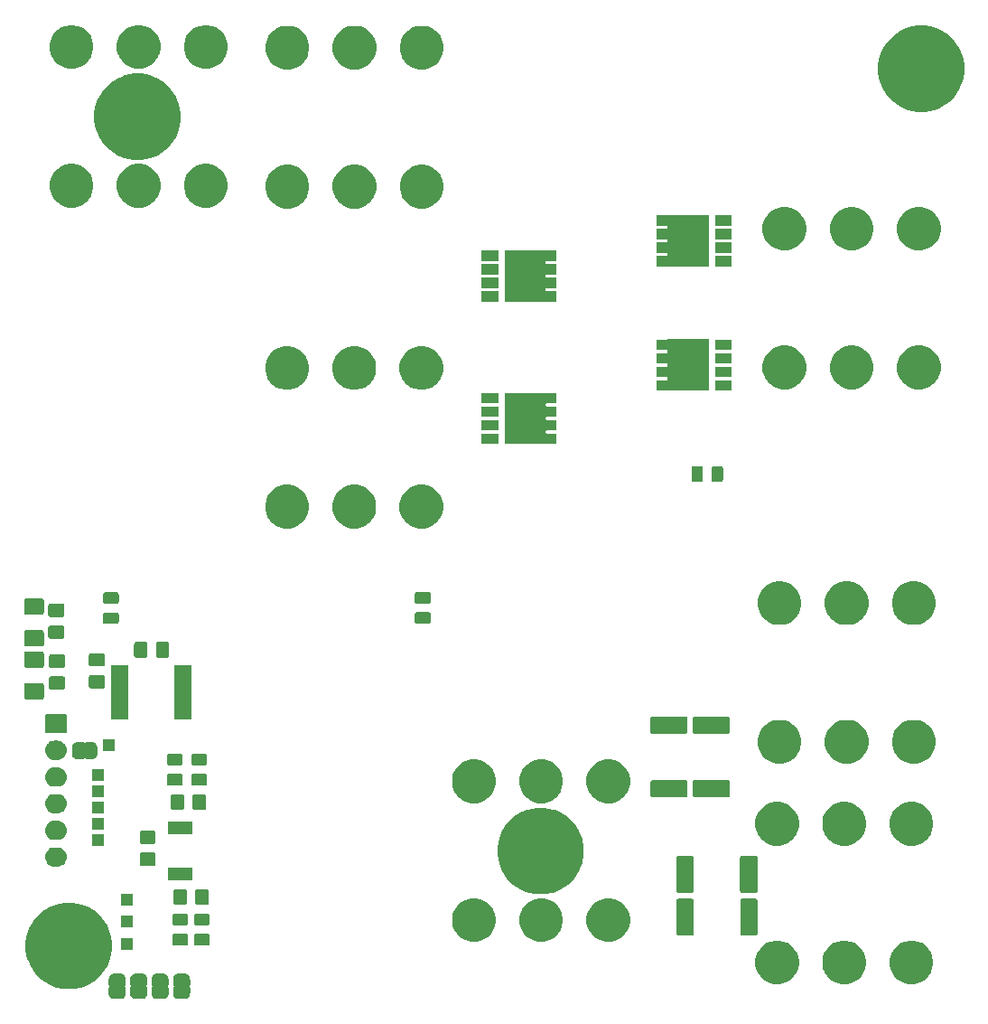
<source format=gbr>
%TF.GenerationSoftware,KiCad,Pcbnew,5.1.4*%
%TF.CreationDate,2019-11-11T17:18:17+01:00*%
%TF.ProjectId,shunt-board,7368756e-742d-4626-9f61-72642e6b6963,rev?*%
%TF.SameCoordinates,Original*%
%TF.FileFunction,Soldermask,Top*%
%TF.FilePolarity,Negative*%
%FSLAX46Y46*%
G04 Gerber Fmt 4.6, Leading zero omitted, Abs format (unit mm)*
G04 Created by KiCad (PCBNEW 5.1.4) date 2019-11-11 17:18:17*
%MOMM*%
%LPD*%
G04 APERTURE LIST*
%ADD10C,0.100000*%
G04 APERTURE END LIST*
D10*
G36*
X179581119Y-130600554D02*
G01*
X179593370Y-130601156D01*
X179611789Y-130601156D01*
X179634069Y-130603350D01*
X179718153Y-130620076D01*
X179739580Y-130626576D01*
X179818778Y-130659380D01*
X179824223Y-130662291D01*
X179824229Y-130662293D01*
X179833089Y-130667029D01*
X179833093Y-130667032D01*
X179838534Y-130669940D01*
X179909819Y-130717571D01*
X179927124Y-130731772D01*
X179987748Y-130792396D01*
X180001949Y-130809701D01*
X180049580Y-130880986D01*
X180052488Y-130886427D01*
X180052491Y-130886431D01*
X180057227Y-130895291D01*
X180057229Y-130895297D01*
X180060140Y-130900742D01*
X180092944Y-130979940D01*
X180099444Y-131001367D01*
X180116170Y-131085451D01*
X180118364Y-131107731D01*
X180118364Y-131126150D01*
X180118966Y-131138401D01*
X180120772Y-131156739D01*
X180120772Y-131644460D01*
X180119183Y-131660599D01*
X180116268Y-131670208D01*
X180111530Y-131679072D01*
X180105157Y-131686837D01*
X180092714Y-131697048D01*
X180082345Y-131703978D01*
X180065018Y-131721305D01*
X180051405Y-131741680D01*
X180042029Y-131764320D01*
X180037249Y-131788353D01*
X180037250Y-131812857D01*
X180042032Y-131836890D01*
X180051410Y-131859529D01*
X180065025Y-131879902D01*
X180082352Y-131897229D01*
X180092722Y-131904158D01*
X180105157Y-131914363D01*
X180111530Y-131922128D01*
X180116268Y-131930992D01*
X180119183Y-131940601D01*
X180120772Y-131956740D01*
X180120772Y-132444462D01*
X180118966Y-132462799D01*
X180118364Y-132475050D01*
X180118364Y-132493469D01*
X180116170Y-132515749D01*
X180099444Y-132599833D01*
X180092944Y-132621260D01*
X180060140Y-132700458D01*
X180057229Y-132705903D01*
X180057227Y-132705909D01*
X180052491Y-132714769D01*
X180052488Y-132714773D01*
X180049580Y-132720214D01*
X180001949Y-132791499D01*
X179987748Y-132808804D01*
X179927124Y-132869428D01*
X179909819Y-132883629D01*
X179838534Y-132931260D01*
X179833093Y-132934168D01*
X179833089Y-132934171D01*
X179824229Y-132938907D01*
X179824223Y-132938909D01*
X179818778Y-132941820D01*
X179739580Y-132974624D01*
X179718153Y-132981124D01*
X179634069Y-132997850D01*
X179611789Y-133000044D01*
X179593370Y-133000044D01*
X179581119Y-133000646D01*
X179562782Y-133002452D01*
X179075058Y-133002452D01*
X179056721Y-133000646D01*
X179044470Y-133000044D01*
X179026051Y-133000044D01*
X179003771Y-132997850D01*
X178919687Y-132981124D01*
X178898260Y-132974624D01*
X178819062Y-132941820D01*
X178813617Y-132938909D01*
X178813611Y-132938907D01*
X178804751Y-132934171D01*
X178804747Y-132934168D01*
X178799306Y-132931260D01*
X178728021Y-132883629D01*
X178710716Y-132869428D01*
X178650092Y-132808804D01*
X178635891Y-132791499D01*
X178588260Y-132720214D01*
X178585352Y-132714773D01*
X178585349Y-132714769D01*
X178580613Y-132705909D01*
X178580611Y-132705903D01*
X178577700Y-132700458D01*
X178544896Y-132621260D01*
X178538396Y-132599833D01*
X178521670Y-132515749D01*
X178519476Y-132493469D01*
X178519476Y-132475050D01*
X178518874Y-132462799D01*
X178517068Y-132444462D01*
X178517068Y-131956740D01*
X178518657Y-131940601D01*
X178521572Y-131930992D01*
X178526310Y-131922128D01*
X178532683Y-131914363D01*
X178545126Y-131904152D01*
X178555495Y-131897222D01*
X178572822Y-131879895D01*
X178586435Y-131859520D01*
X178595811Y-131836880D01*
X178600591Y-131812847D01*
X178600590Y-131788343D01*
X178595808Y-131764310D01*
X178586430Y-131741671D01*
X178572815Y-131721298D01*
X178555488Y-131703971D01*
X178545118Y-131697042D01*
X178532683Y-131686837D01*
X178526310Y-131679072D01*
X178521572Y-131670208D01*
X178518657Y-131660599D01*
X178517068Y-131644460D01*
X178517068Y-131156739D01*
X178518874Y-131138401D01*
X178519476Y-131126150D01*
X178519476Y-131107731D01*
X178521670Y-131085451D01*
X178538396Y-131001367D01*
X178544896Y-130979940D01*
X178577700Y-130900742D01*
X178580611Y-130895297D01*
X178580613Y-130895291D01*
X178585349Y-130886431D01*
X178585352Y-130886427D01*
X178588260Y-130880986D01*
X178635891Y-130809701D01*
X178650092Y-130792396D01*
X178710716Y-130731772D01*
X178728021Y-130717571D01*
X178799306Y-130669940D01*
X178804747Y-130667032D01*
X178804751Y-130667029D01*
X178813611Y-130662293D01*
X178813617Y-130662291D01*
X178819062Y-130659380D01*
X178898260Y-130626576D01*
X178919687Y-130620076D01*
X179003771Y-130603350D01*
X179026051Y-130601156D01*
X179044470Y-130601156D01*
X179056721Y-130600554D01*
X179075059Y-130598748D01*
X179562781Y-130598748D01*
X179581119Y-130600554D01*
X179581119Y-130600554D01*
G37*
G36*
X177564359Y-130600554D02*
G01*
X177576610Y-130601156D01*
X177595029Y-130601156D01*
X177617309Y-130603350D01*
X177701393Y-130620076D01*
X177722820Y-130626576D01*
X177802018Y-130659380D01*
X177807463Y-130662291D01*
X177807469Y-130662293D01*
X177816329Y-130667029D01*
X177816333Y-130667032D01*
X177821774Y-130669940D01*
X177893059Y-130717571D01*
X177910364Y-130731772D01*
X177970988Y-130792396D01*
X177985189Y-130809701D01*
X178032820Y-130880986D01*
X178035728Y-130886427D01*
X178035731Y-130886431D01*
X178040467Y-130895291D01*
X178040469Y-130895297D01*
X178043380Y-130900742D01*
X178076184Y-130979940D01*
X178082684Y-131001367D01*
X178099410Y-131085451D01*
X178101604Y-131107731D01*
X178101604Y-131126150D01*
X178102206Y-131138401D01*
X178104012Y-131156739D01*
X178104012Y-131644460D01*
X178102423Y-131660599D01*
X178099508Y-131670208D01*
X178094770Y-131679072D01*
X178088397Y-131686837D01*
X178075954Y-131697048D01*
X178065585Y-131703978D01*
X178048258Y-131721305D01*
X178034645Y-131741680D01*
X178025269Y-131764320D01*
X178020489Y-131788353D01*
X178020490Y-131812857D01*
X178025272Y-131836890D01*
X178034650Y-131859529D01*
X178048265Y-131879902D01*
X178065592Y-131897229D01*
X178075962Y-131904158D01*
X178088397Y-131914363D01*
X178094770Y-131922128D01*
X178099508Y-131930992D01*
X178102423Y-131940601D01*
X178104012Y-131956740D01*
X178104012Y-132444462D01*
X178102206Y-132462799D01*
X178101604Y-132475050D01*
X178101604Y-132493469D01*
X178099410Y-132515749D01*
X178082684Y-132599833D01*
X178076184Y-132621260D01*
X178043380Y-132700458D01*
X178040469Y-132705903D01*
X178040467Y-132705909D01*
X178035731Y-132714769D01*
X178035728Y-132714773D01*
X178032820Y-132720214D01*
X177985189Y-132791499D01*
X177970988Y-132808804D01*
X177910364Y-132869428D01*
X177893059Y-132883629D01*
X177821774Y-132931260D01*
X177816333Y-132934168D01*
X177816329Y-132934171D01*
X177807469Y-132938907D01*
X177807463Y-132938909D01*
X177802018Y-132941820D01*
X177722820Y-132974624D01*
X177701393Y-132981124D01*
X177617309Y-132997850D01*
X177595029Y-133000044D01*
X177576610Y-133000044D01*
X177564359Y-133000646D01*
X177546022Y-133002452D01*
X177058298Y-133002452D01*
X177039961Y-133000646D01*
X177027710Y-133000044D01*
X177009291Y-133000044D01*
X176987011Y-132997850D01*
X176902927Y-132981124D01*
X176881500Y-132974624D01*
X176802302Y-132941820D01*
X176796857Y-132938909D01*
X176796851Y-132938907D01*
X176787991Y-132934171D01*
X176787987Y-132934168D01*
X176782546Y-132931260D01*
X176711261Y-132883629D01*
X176693956Y-132869428D01*
X176633332Y-132808804D01*
X176619131Y-132791499D01*
X176571500Y-132720214D01*
X176568592Y-132714773D01*
X176568589Y-132714769D01*
X176563853Y-132705909D01*
X176563851Y-132705903D01*
X176560940Y-132700458D01*
X176528136Y-132621260D01*
X176521636Y-132599833D01*
X176504910Y-132515749D01*
X176502716Y-132493469D01*
X176502716Y-132475050D01*
X176502114Y-132462799D01*
X176500308Y-132444462D01*
X176500308Y-131956740D01*
X176501897Y-131940601D01*
X176504812Y-131930992D01*
X176509550Y-131922128D01*
X176515923Y-131914363D01*
X176528366Y-131904152D01*
X176538735Y-131897222D01*
X176556062Y-131879895D01*
X176569675Y-131859520D01*
X176579051Y-131836880D01*
X176583831Y-131812847D01*
X176583830Y-131788343D01*
X176579048Y-131764310D01*
X176569670Y-131741671D01*
X176556055Y-131721298D01*
X176538728Y-131703971D01*
X176528358Y-131697042D01*
X176515923Y-131686837D01*
X176509550Y-131679072D01*
X176504812Y-131670208D01*
X176501897Y-131660599D01*
X176500308Y-131644460D01*
X176500308Y-131156739D01*
X176502114Y-131138401D01*
X176502716Y-131126150D01*
X176502716Y-131107731D01*
X176504910Y-131085451D01*
X176521636Y-131001367D01*
X176528136Y-130979940D01*
X176560940Y-130900742D01*
X176563851Y-130895297D01*
X176563853Y-130895291D01*
X176568589Y-130886431D01*
X176568592Y-130886427D01*
X176571500Y-130880986D01*
X176619131Y-130809701D01*
X176633332Y-130792396D01*
X176693956Y-130731772D01*
X176711261Y-130717571D01*
X176782546Y-130669940D01*
X176787987Y-130667032D01*
X176787991Y-130667029D01*
X176796851Y-130662293D01*
X176796857Y-130662291D01*
X176802302Y-130659380D01*
X176881500Y-130626576D01*
X176902927Y-130620076D01*
X176987011Y-130603350D01*
X177009291Y-130601156D01*
X177027710Y-130601156D01*
X177039961Y-130600554D01*
X177058299Y-130598748D01*
X177546021Y-130598748D01*
X177564359Y-130600554D01*
X177564359Y-130600554D01*
G37*
G36*
X173551159Y-130600314D02*
G01*
X173563410Y-130600916D01*
X173581829Y-130600916D01*
X173604109Y-130603110D01*
X173688193Y-130619836D01*
X173709620Y-130626336D01*
X173788818Y-130659140D01*
X173794263Y-130662051D01*
X173794269Y-130662053D01*
X173803129Y-130666789D01*
X173803133Y-130666792D01*
X173808574Y-130669700D01*
X173879859Y-130717331D01*
X173897164Y-130731532D01*
X173957788Y-130792156D01*
X173971989Y-130809461D01*
X174019620Y-130880746D01*
X174022528Y-130886187D01*
X174022531Y-130886191D01*
X174027267Y-130895051D01*
X174027269Y-130895057D01*
X174030180Y-130900502D01*
X174062984Y-130979700D01*
X174069484Y-131001127D01*
X174086210Y-131085211D01*
X174088404Y-131107491D01*
X174088404Y-131125910D01*
X174089006Y-131138161D01*
X174090812Y-131156499D01*
X174090812Y-131644220D01*
X174089223Y-131660359D01*
X174086308Y-131669968D01*
X174081570Y-131678832D01*
X174075197Y-131686597D01*
X174062754Y-131696808D01*
X174052385Y-131703738D01*
X174035058Y-131721065D01*
X174021445Y-131741440D01*
X174012069Y-131764080D01*
X174007289Y-131788113D01*
X174007290Y-131812617D01*
X174012072Y-131836650D01*
X174021450Y-131859289D01*
X174035065Y-131879662D01*
X174052392Y-131896989D01*
X174062762Y-131903918D01*
X174075197Y-131914123D01*
X174081570Y-131921888D01*
X174086308Y-131930752D01*
X174089223Y-131940361D01*
X174090812Y-131956500D01*
X174090812Y-132444222D01*
X174089006Y-132462559D01*
X174088404Y-132474810D01*
X174088404Y-132493229D01*
X174086210Y-132515509D01*
X174069484Y-132599593D01*
X174062984Y-132621020D01*
X174030180Y-132700218D01*
X174027269Y-132705663D01*
X174027267Y-132705669D01*
X174022531Y-132714529D01*
X174022528Y-132714533D01*
X174019620Y-132719974D01*
X173971989Y-132791259D01*
X173957788Y-132808564D01*
X173897164Y-132869188D01*
X173879859Y-132883389D01*
X173808574Y-132931020D01*
X173803133Y-132933928D01*
X173803129Y-132933931D01*
X173794269Y-132938667D01*
X173794263Y-132938669D01*
X173788818Y-132941580D01*
X173709620Y-132974384D01*
X173688193Y-132980884D01*
X173604109Y-132997610D01*
X173581829Y-132999804D01*
X173563410Y-132999804D01*
X173551159Y-133000406D01*
X173532822Y-133002212D01*
X173045098Y-133002212D01*
X173026761Y-133000406D01*
X173014510Y-132999804D01*
X172996091Y-132999804D01*
X172973811Y-132997610D01*
X172889727Y-132980884D01*
X172868300Y-132974384D01*
X172789102Y-132941580D01*
X172783657Y-132938669D01*
X172783651Y-132938667D01*
X172774791Y-132933931D01*
X172774787Y-132933928D01*
X172769346Y-132931020D01*
X172698061Y-132883389D01*
X172680756Y-132869188D01*
X172620132Y-132808564D01*
X172605931Y-132791259D01*
X172558300Y-132719974D01*
X172555392Y-132714533D01*
X172555389Y-132714529D01*
X172550653Y-132705669D01*
X172550651Y-132705663D01*
X172547740Y-132700218D01*
X172514936Y-132621020D01*
X172508436Y-132599593D01*
X172491710Y-132515509D01*
X172489516Y-132493229D01*
X172489516Y-132474810D01*
X172488914Y-132462559D01*
X172487108Y-132444222D01*
X172487108Y-131956500D01*
X172488697Y-131940361D01*
X172491612Y-131930752D01*
X172496350Y-131921888D01*
X172502723Y-131914123D01*
X172515166Y-131903912D01*
X172525535Y-131896982D01*
X172542862Y-131879655D01*
X172556475Y-131859280D01*
X172565851Y-131836640D01*
X172570631Y-131812607D01*
X172570630Y-131788103D01*
X172565848Y-131764070D01*
X172556470Y-131741431D01*
X172542855Y-131721058D01*
X172525528Y-131703731D01*
X172515158Y-131696802D01*
X172502723Y-131686597D01*
X172496350Y-131678832D01*
X172491612Y-131669968D01*
X172488697Y-131660359D01*
X172487108Y-131644220D01*
X172487108Y-131156499D01*
X172488914Y-131138161D01*
X172489516Y-131125910D01*
X172489516Y-131107491D01*
X172491710Y-131085211D01*
X172508436Y-131001127D01*
X172514936Y-130979700D01*
X172547740Y-130900502D01*
X172550651Y-130895057D01*
X172550653Y-130895051D01*
X172555389Y-130886191D01*
X172555392Y-130886187D01*
X172558300Y-130880746D01*
X172605931Y-130809461D01*
X172620132Y-130792156D01*
X172680756Y-130731532D01*
X172698061Y-130717331D01*
X172769346Y-130669700D01*
X172774787Y-130666792D01*
X172774791Y-130666789D01*
X172783651Y-130662053D01*
X172783657Y-130662051D01*
X172789102Y-130659140D01*
X172868300Y-130626336D01*
X172889727Y-130619836D01*
X172973811Y-130603110D01*
X172996091Y-130600916D01*
X173014510Y-130600916D01*
X173026761Y-130600314D01*
X173045099Y-130598508D01*
X173532821Y-130598508D01*
X173551159Y-130600314D01*
X173551159Y-130600314D01*
G37*
G36*
X175562839Y-130595474D02*
G01*
X175575090Y-130596076D01*
X175593509Y-130596076D01*
X175615789Y-130598270D01*
X175699873Y-130614996D01*
X175721300Y-130621496D01*
X175800498Y-130654300D01*
X175805943Y-130657211D01*
X175805949Y-130657213D01*
X175814809Y-130661949D01*
X175814813Y-130661952D01*
X175820254Y-130664860D01*
X175891539Y-130712491D01*
X175908844Y-130726692D01*
X175969468Y-130787316D01*
X175983669Y-130804621D01*
X176031300Y-130875906D01*
X176034208Y-130881347D01*
X176034211Y-130881351D01*
X176038947Y-130890211D01*
X176038949Y-130890217D01*
X176041860Y-130895662D01*
X176074664Y-130974860D01*
X176081164Y-130996287D01*
X176097890Y-131080371D01*
X176100084Y-131102651D01*
X176100084Y-131121070D01*
X176100686Y-131133321D01*
X176102492Y-131151659D01*
X176102492Y-131639380D01*
X176100903Y-131655519D01*
X176097988Y-131665128D01*
X176093250Y-131673992D01*
X176086877Y-131681757D01*
X176074434Y-131691968D01*
X176064065Y-131698898D01*
X176046738Y-131716225D01*
X176033125Y-131736600D01*
X176023749Y-131759240D01*
X176018969Y-131783273D01*
X176018970Y-131807777D01*
X176023752Y-131831810D01*
X176033130Y-131854449D01*
X176046745Y-131874822D01*
X176064072Y-131892149D01*
X176074442Y-131899078D01*
X176086877Y-131909283D01*
X176093250Y-131917048D01*
X176097988Y-131925912D01*
X176100903Y-131935521D01*
X176102492Y-131951660D01*
X176102492Y-132439382D01*
X176100686Y-132457719D01*
X176100084Y-132469970D01*
X176100084Y-132488389D01*
X176097890Y-132510669D01*
X176081164Y-132594753D01*
X176074664Y-132616180D01*
X176041860Y-132695378D01*
X176038949Y-132700823D01*
X176038947Y-132700829D01*
X176034211Y-132709689D01*
X176034208Y-132709693D01*
X176031300Y-132715134D01*
X175983669Y-132786419D01*
X175969468Y-132803724D01*
X175908844Y-132864348D01*
X175891539Y-132878549D01*
X175820254Y-132926180D01*
X175814813Y-132929088D01*
X175814809Y-132929091D01*
X175805949Y-132933827D01*
X175805943Y-132933829D01*
X175800498Y-132936740D01*
X175721300Y-132969544D01*
X175699873Y-132976044D01*
X175615789Y-132992770D01*
X175593509Y-132994964D01*
X175575090Y-132994964D01*
X175562839Y-132995566D01*
X175544502Y-132997372D01*
X175056778Y-132997372D01*
X175038441Y-132995566D01*
X175026190Y-132994964D01*
X175007771Y-132994964D01*
X174985491Y-132992770D01*
X174901407Y-132976044D01*
X174879980Y-132969544D01*
X174800782Y-132936740D01*
X174795337Y-132933829D01*
X174795331Y-132933827D01*
X174786471Y-132929091D01*
X174786467Y-132929088D01*
X174781026Y-132926180D01*
X174709741Y-132878549D01*
X174692436Y-132864348D01*
X174631812Y-132803724D01*
X174617611Y-132786419D01*
X174569980Y-132715134D01*
X174567072Y-132709693D01*
X174567069Y-132709689D01*
X174562333Y-132700829D01*
X174562331Y-132700823D01*
X174559420Y-132695378D01*
X174526616Y-132616180D01*
X174520116Y-132594753D01*
X174503390Y-132510669D01*
X174501196Y-132488389D01*
X174501196Y-132469970D01*
X174500594Y-132457719D01*
X174498788Y-132439382D01*
X174498788Y-131951660D01*
X174500377Y-131935521D01*
X174503292Y-131925912D01*
X174508030Y-131917048D01*
X174514403Y-131909283D01*
X174526846Y-131899072D01*
X174537215Y-131892142D01*
X174554542Y-131874815D01*
X174568155Y-131854440D01*
X174577531Y-131831800D01*
X174582311Y-131807767D01*
X174582310Y-131783263D01*
X174577528Y-131759230D01*
X174568150Y-131736591D01*
X174554535Y-131716218D01*
X174537208Y-131698891D01*
X174526838Y-131691962D01*
X174514403Y-131681757D01*
X174508030Y-131673992D01*
X174503292Y-131665128D01*
X174500377Y-131655519D01*
X174498788Y-131639380D01*
X174498788Y-131151659D01*
X174500594Y-131133321D01*
X174501196Y-131121070D01*
X174501196Y-131102651D01*
X174503390Y-131080371D01*
X174520116Y-130996287D01*
X174526616Y-130974860D01*
X174559420Y-130895662D01*
X174562331Y-130890217D01*
X174562333Y-130890211D01*
X174567069Y-130881351D01*
X174567072Y-130881347D01*
X174569980Y-130875906D01*
X174617611Y-130804621D01*
X174631812Y-130787316D01*
X174692436Y-130726692D01*
X174709741Y-130712491D01*
X174781026Y-130664860D01*
X174786467Y-130661952D01*
X174786471Y-130661949D01*
X174795331Y-130657213D01*
X174795337Y-130657211D01*
X174800782Y-130654300D01*
X174879980Y-130621496D01*
X174901407Y-130614996D01*
X174985491Y-130598270D01*
X175007771Y-130596076D01*
X175026190Y-130596076D01*
X175038441Y-130595474D01*
X175056779Y-130593668D01*
X175544501Y-130593668D01*
X175562839Y-130595474D01*
X175562839Y-130595474D01*
G37*
G36*
X169932032Y-124128717D02*
G01*
X170237405Y-124255207D01*
X170669268Y-124434090D01*
X171332762Y-124877423D01*
X171897017Y-125441678D01*
X172340350Y-126105172D01*
X172388778Y-126222089D01*
X172645723Y-126842408D01*
X172801400Y-127625050D01*
X172801400Y-128423030D01*
X172645723Y-129205672D01*
X172519233Y-129511045D01*
X172340350Y-129942908D01*
X171897017Y-130606402D01*
X171332762Y-131170657D01*
X170669268Y-131613990D01*
X170306338Y-131764320D01*
X169932032Y-131919363D01*
X169149390Y-132075040D01*
X168351410Y-132075040D01*
X167568768Y-131919363D01*
X167194462Y-131764320D01*
X166831532Y-131613990D01*
X166168038Y-131170657D01*
X165603783Y-130606402D01*
X165160450Y-129942908D01*
X164981567Y-129511045D01*
X164855077Y-129205672D01*
X164699400Y-128423030D01*
X164699400Y-127625050D01*
X164855077Y-126842408D01*
X165112022Y-126222089D01*
X165160450Y-126105172D01*
X165603783Y-125441678D01*
X166168038Y-124877423D01*
X166831532Y-124434090D01*
X167263395Y-124255207D01*
X167568768Y-124128717D01*
X168351410Y-123973040D01*
X169149390Y-123973040D01*
X169932032Y-124128717D01*
X169932032Y-124128717D01*
G37*
G36*
X248341254Y-127603318D02*
G01*
X248698461Y-127751278D01*
X248714513Y-127757927D01*
X249050436Y-127982384D01*
X249336116Y-128268064D01*
X249494958Y-128505787D01*
X249560574Y-128603989D01*
X249715182Y-128977246D01*
X249794000Y-129373493D01*
X249794000Y-129777507D01*
X249715182Y-130173754D01*
X249628645Y-130382672D01*
X249560573Y-130547013D01*
X249336116Y-130882936D01*
X249050436Y-131168616D01*
X248714513Y-131393073D01*
X248714512Y-131393074D01*
X248714511Y-131393074D01*
X248341254Y-131547682D01*
X247945007Y-131626500D01*
X247540993Y-131626500D01*
X247144746Y-131547682D01*
X246771489Y-131393074D01*
X246771488Y-131393074D01*
X246771487Y-131393073D01*
X246435564Y-131168616D01*
X246149884Y-130882936D01*
X245925427Y-130547013D01*
X245857355Y-130382672D01*
X245770818Y-130173754D01*
X245692000Y-129777507D01*
X245692000Y-129373493D01*
X245770818Y-128977246D01*
X245925426Y-128603989D01*
X245991043Y-128505787D01*
X246149884Y-128268064D01*
X246435564Y-127982384D01*
X246771487Y-127757927D01*
X246787539Y-127751278D01*
X247144746Y-127603318D01*
X247540993Y-127524500D01*
X247945007Y-127524500D01*
X248341254Y-127603318D01*
X248341254Y-127603318D01*
G37*
G36*
X242041254Y-127603318D02*
G01*
X242398461Y-127751278D01*
X242414513Y-127757927D01*
X242750436Y-127982384D01*
X243036116Y-128268064D01*
X243194958Y-128505787D01*
X243260574Y-128603989D01*
X243415182Y-128977246D01*
X243494000Y-129373493D01*
X243494000Y-129777507D01*
X243415182Y-130173754D01*
X243328645Y-130382672D01*
X243260573Y-130547013D01*
X243036116Y-130882936D01*
X242750436Y-131168616D01*
X242414513Y-131393073D01*
X242414512Y-131393074D01*
X242414511Y-131393074D01*
X242041254Y-131547682D01*
X241645007Y-131626500D01*
X241240993Y-131626500D01*
X240844746Y-131547682D01*
X240471489Y-131393074D01*
X240471488Y-131393074D01*
X240471487Y-131393073D01*
X240135564Y-131168616D01*
X239849884Y-130882936D01*
X239625427Y-130547013D01*
X239557355Y-130382672D01*
X239470818Y-130173754D01*
X239392000Y-129777507D01*
X239392000Y-129373493D01*
X239470818Y-128977246D01*
X239625426Y-128603989D01*
X239691043Y-128505787D01*
X239849884Y-128268064D01*
X240135564Y-127982384D01*
X240471487Y-127757927D01*
X240487539Y-127751278D01*
X240844746Y-127603318D01*
X241240993Y-127524500D01*
X241645007Y-127524500D01*
X242041254Y-127603318D01*
X242041254Y-127603318D01*
G37*
G36*
X235741254Y-127603318D02*
G01*
X236098461Y-127751278D01*
X236114513Y-127757927D01*
X236450436Y-127982384D01*
X236736116Y-128268064D01*
X236894958Y-128505787D01*
X236960574Y-128603989D01*
X237115182Y-128977246D01*
X237194000Y-129373493D01*
X237194000Y-129777507D01*
X237115182Y-130173754D01*
X237028645Y-130382672D01*
X236960573Y-130547013D01*
X236736116Y-130882936D01*
X236450436Y-131168616D01*
X236114513Y-131393073D01*
X236114512Y-131393074D01*
X236114511Y-131393074D01*
X235741254Y-131547682D01*
X235345007Y-131626500D01*
X234940993Y-131626500D01*
X234544746Y-131547682D01*
X234171489Y-131393074D01*
X234171488Y-131393074D01*
X234171487Y-131393073D01*
X233835564Y-131168616D01*
X233549884Y-130882936D01*
X233325427Y-130547013D01*
X233257355Y-130382672D01*
X233170818Y-130173754D01*
X233092000Y-129777507D01*
X233092000Y-129373493D01*
X233170818Y-128977246D01*
X233325426Y-128603989D01*
X233391043Y-128505787D01*
X233549884Y-128268064D01*
X233835564Y-127982384D01*
X234171487Y-127757927D01*
X234187539Y-127751278D01*
X234544746Y-127603318D01*
X234940993Y-127524500D01*
X235345007Y-127524500D01*
X235741254Y-127603318D01*
X235741254Y-127603318D01*
G37*
G36*
X174756900Y-128376500D02*
G01*
X173654900Y-128376500D01*
X173654900Y-127274500D01*
X174756900Y-127274500D01*
X174756900Y-128376500D01*
X174756900Y-128376500D01*
G37*
G36*
X179781468Y-126895565D02*
G01*
X179820138Y-126907296D01*
X179855777Y-126926346D01*
X179887017Y-126951983D01*
X179912654Y-126983223D01*
X179931704Y-127018862D01*
X179943435Y-127057532D01*
X179948000Y-127103888D01*
X179948000Y-127755112D01*
X179943435Y-127801468D01*
X179931704Y-127840138D01*
X179912654Y-127875777D01*
X179887017Y-127907017D01*
X179855777Y-127932654D01*
X179820138Y-127951704D01*
X179781468Y-127963435D01*
X179735112Y-127968000D01*
X178658888Y-127968000D01*
X178612532Y-127963435D01*
X178573862Y-127951704D01*
X178538223Y-127932654D01*
X178506983Y-127907017D01*
X178481346Y-127875777D01*
X178462296Y-127840138D01*
X178450565Y-127801468D01*
X178446000Y-127755112D01*
X178446000Y-127103888D01*
X178450565Y-127057532D01*
X178462296Y-127018862D01*
X178481346Y-126983223D01*
X178506983Y-126951983D01*
X178538223Y-126926346D01*
X178573862Y-126907296D01*
X178612532Y-126895565D01*
X178658888Y-126891000D01*
X179735112Y-126891000D01*
X179781468Y-126895565D01*
X179781468Y-126895565D01*
G37*
G36*
X181813468Y-126895565D02*
G01*
X181852138Y-126907296D01*
X181887777Y-126926346D01*
X181919017Y-126951983D01*
X181944654Y-126983223D01*
X181963704Y-127018862D01*
X181975435Y-127057532D01*
X181980000Y-127103888D01*
X181980000Y-127755112D01*
X181975435Y-127801468D01*
X181963704Y-127840138D01*
X181944654Y-127875777D01*
X181919017Y-127907017D01*
X181887777Y-127932654D01*
X181852138Y-127951704D01*
X181813468Y-127963435D01*
X181767112Y-127968000D01*
X180690888Y-127968000D01*
X180644532Y-127963435D01*
X180605862Y-127951704D01*
X180570223Y-127932654D01*
X180538983Y-127907017D01*
X180513346Y-127875777D01*
X180494296Y-127840138D01*
X180482565Y-127801468D01*
X180478000Y-127755112D01*
X180478000Y-127103888D01*
X180482565Y-127057532D01*
X180494296Y-127018862D01*
X180513346Y-126983223D01*
X180538983Y-126951983D01*
X180570223Y-126926346D01*
X180605862Y-126907296D01*
X180644532Y-126895565D01*
X180690888Y-126891000D01*
X181767112Y-126891000D01*
X181813468Y-126895565D01*
X181813468Y-126895565D01*
G37*
G36*
X207328054Y-123626018D02*
G01*
X207701311Y-123780626D01*
X207701313Y-123780627D01*
X208037236Y-124005084D01*
X208322916Y-124290764D01*
X208516218Y-124580060D01*
X208547374Y-124626689D01*
X208701982Y-124999946D01*
X208780800Y-125396193D01*
X208780800Y-125800207D01*
X208701982Y-126196454D01*
X208547374Y-126569711D01*
X208547373Y-126569713D01*
X208322916Y-126905636D01*
X208037236Y-127191316D01*
X207701313Y-127415773D01*
X207701312Y-127415774D01*
X207701311Y-127415774D01*
X207328054Y-127570382D01*
X206931807Y-127649200D01*
X206527793Y-127649200D01*
X206131546Y-127570382D01*
X205758289Y-127415774D01*
X205758288Y-127415774D01*
X205758287Y-127415773D01*
X205422364Y-127191316D01*
X205136684Y-126905636D01*
X204912227Y-126569713D01*
X204912226Y-126569711D01*
X204757618Y-126196454D01*
X204678800Y-125800207D01*
X204678800Y-125396193D01*
X204757618Y-124999946D01*
X204912226Y-124626689D01*
X204943383Y-124580060D01*
X205136684Y-124290764D01*
X205422364Y-124005084D01*
X205758287Y-123780627D01*
X205758289Y-123780626D01*
X206131546Y-123626018D01*
X206527793Y-123547200D01*
X206931807Y-123547200D01*
X207328054Y-123626018D01*
X207328054Y-123626018D01*
G37*
G36*
X219928054Y-123626018D02*
G01*
X220301311Y-123780626D01*
X220301313Y-123780627D01*
X220637236Y-124005084D01*
X220922916Y-124290764D01*
X221116218Y-124580060D01*
X221147374Y-124626689D01*
X221301982Y-124999946D01*
X221380800Y-125396193D01*
X221380800Y-125800207D01*
X221301982Y-126196454D01*
X221147374Y-126569711D01*
X221147373Y-126569713D01*
X220922916Y-126905636D01*
X220637236Y-127191316D01*
X220301313Y-127415773D01*
X220301312Y-127415774D01*
X220301311Y-127415774D01*
X219928054Y-127570382D01*
X219531807Y-127649200D01*
X219127793Y-127649200D01*
X218731546Y-127570382D01*
X218358289Y-127415774D01*
X218358288Y-127415774D01*
X218358287Y-127415773D01*
X218022364Y-127191316D01*
X217736684Y-126905636D01*
X217512227Y-126569713D01*
X217512226Y-126569711D01*
X217357618Y-126196454D01*
X217278800Y-125800207D01*
X217278800Y-125396193D01*
X217357618Y-124999946D01*
X217512226Y-124626689D01*
X217543383Y-124580060D01*
X217736684Y-124290764D01*
X218022364Y-124005084D01*
X218358287Y-123780627D01*
X218358289Y-123780626D01*
X218731546Y-123626018D01*
X219127793Y-123547200D01*
X219531807Y-123547200D01*
X219928054Y-123626018D01*
X219928054Y-123626018D01*
G37*
G36*
X213628054Y-123626018D02*
G01*
X214001311Y-123780626D01*
X214001313Y-123780627D01*
X214337236Y-124005084D01*
X214622916Y-124290764D01*
X214816218Y-124580060D01*
X214847374Y-124626689D01*
X215001982Y-124999946D01*
X215080800Y-125396193D01*
X215080800Y-125800207D01*
X215001982Y-126196454D01*
X214847374Y-126569711D01*
X214847373Y-126569713D01*
X214622916Y-126905636D01*
X214337236Y-127191316D01*
X214001313Y-127415773D01*
X214001312Y-127415774D01*
X214001311Y-127415774D01*
X213628054Y-127570382D01*
X213231807Y-127649200D01*
X212827793Y-127649200D01*
X212431546Y-127570382D01*
X212058289Y-127415774D01*
X212058288Y-127415774D01*
X212058287Y-127415773D01*
X211722364Y-127191316D01*
X211436684Y-126905636D01*
X211212227Y-126569713D01*
X211212226Y-126569711D01*
X211057618Y-126196454D01*
X210978800Y-125800207D01*
X210978800Y-125396193D01*
X211057618Y-124999946D01*
X211212226Y-124626689D01*
X211243383Y-124580060D01*
X211436684Y-124290764D01*
X211722364Y-124005084D01*
X212058287Y-123780627D01*
X212058289Y-123780626D01*
X212431546Y-123626018D01*
X212827793Y-123547200D01*
X213231807Y-123547200D01*
X213628054Y-123626018D01*
X213628054Y-123626018D01*
G37*
G36*
X233168220Y-123601703D02*
G01*
X233202385Y-123612067D01*
X233233864Y-123628893D01*
X233261460Y-123651540D01*
X233284107Y-123679136D01*
X233300933Y-123710615D01*
X233311297Y-123744780D01*
X233315400Y-123786442D01*
X233315400Y-126860758D01*
X233311297Y-126902420D01*
X233300933Y-126936585D01*
X233284107Y-126968064D01*
X233261460Y-126995660D01*
X233233864Y-127018307D01*
X233202385Y-127035133D01*
X233168220Y-127045497D01*
X233126558Y-127049600D01*
X231877242Y-127049600D01*
X231835580Y-127045497D01*
X231801415Y-127035133D01*
X231769936Y-127018307D01*
X231742340Y-126995660D01*
X231719693Y-126968064D01*
X231702867Y-126936585D01*
X231692503Y-126902420D01*
X231688400Y-126860758D01*
X231688400Y-123786442D01*
X231692503Y-123744780D01*
X231702867Y-123710615D01*
X231719693Y-123679136D01*
X231742340Y-123651540D01*
X231769936Y-123628893D01*
X231801415Y-123612067D01*
X231835580Y-123601703D01*
X231877242Y-123597600D01*
X233126558Y-123597600D01*
X233168220Y-123601703D01*
X233168220Y-123601703D01*
G37*
G36*
X227193220Y-123601703D02*
G01*
X227227385Y-123612067D01*
X227258864Y-123628893D01*
X227286460Y-123651540D01*
X227309107Y-123679136D01*
X227325933Y-123710615D01*
X227336297Y-123744780D01*
X227340400Y-123786442D01*
X227340400Y-126860758D01*
X227336297Y-126902420D01*
X227325933Y-126936585D01*
X227309107Y-126968064D01*
X227286460Y-126995660D01*
X227258864Y-127018307D01*
X227227385Y-127035133D01*
X227193220Y-127045497D01*
X227151558Y-127049600D01*
X225902242Y-127049600D01*
X225860580Y-127045497D01*
X225826415Y-127035133D01*
X225794936Y-127018307D01*
X225767340Y-126995660D01*
X225744693Y-126968064D01*
X225727867Y-126936585D01*
X225717503Y-126902420D01*
X225713400Y-126860758D01*
X225713400Y-123786442D01*
X225717503Y-123744780D01*
X225727867Y-123710615D01*
X225744693Y-123679136D01*
X225767340Y-123651540D01*
X225794936Y-123628893D01*
X225826415Y-123612067D01*
X225860580Y-123601703D01*
X225902242Y-123597600D01*
X227151558Y-123597600D01*
X227193220Y-123601703D01*
X227193220Y-123601703D01*
G37*
G36*
X174761980Y-126281000D02*
G01*
X173659980Y-126281000D01*
X173659980Y-125179000D01*
X174761980Y-125179000D01*
X174761980Y-126281000D01*
X174761980Y-126281000D01*
G37*
G36*
X179781468Y-125020565D02*
G01*
X179820138Y-125032296D01*
X179855777Y-125051346D01*
X179887017Y-125076983D01*
X179912654Y-125108223D01*
X179931704Y-125143862D01*
X179943435Y-125182532D01*
X179948000Y-125228888D01*
X179948000Y-125880112D01*
X179943435Y-125926468D01*
X179931704Y-125965138D01*
X179912654Y-126000777D01*
X179887017Y-126032017D01*
X179855777Y-126057654D01*
X179820138Y-126076704D01*
X179781468Y-126088435D01*
X179735112Y-126093000D01*
X178658888Y-126093000D01*
X178612532Y-126088435D01*
X178573862Y-126076704D01*
X178538223Y-126057654D01*
X178506983Y-126032017D01*
X178481346Y-126000777D01*
X178462296Y-125965138D01*
X178450565Y-125926468D01*
X178446000Y-125880112D01*
X178446000Y-125228888D01*
X178450565Y-125182532D01*
X178462296Y-125143862D01*
X178481346Y-125108223D01*
X178506983Y-125076983D01*
X178538223Y-125051346D01*
X178573862Y-125032296D01*
X178612532Y-125020565D01*
X178658888Y-125016000D01*
X179735112Y-125016000D01*
X179781468Y-125020565D01*
X179781468Y-125020565D01*
G37*
G36*
X181813468Y-125020565D02*
G01*
X181852138Y-125032296D01*
X181887777Y-125051346D01*
X181919017Y-125076983D01*
X181944654Y-125108223D01*
X181963704Y-125143862D01*
X181975435Y-125182532D01*
X181980000Y-125228888D01*
X181980000Y-125880112D01*
X181975435Y-125926468D01*
X181963704Y-125965138D01*
X181944654Y-126000777D01*
X181919017Y-126032017D01*
X181887777Y-126057654D01*
X181852138Y-126076704D01*
X181813468Y-126088435D01*
X181767112Y-126093000D01*
X180690888Y-126093000D01*
X180644532Y-126088435D01*
X180605862Y-126076704D01*
X180570223Y-126057654D01*
X180538983Y-126032017D01*
X180513346Y-126000777D01*
X180494296Y-125965138D01*
X180482565Y-125926468D01*
X180478000Y-125880112D01*
X180478000Y-125228888D01*
X180482565Y-125182532D01*
X180494296Y-125143862D01*
X180513346Y-125108223D01*
X180538983Y-125076983D01*
X180570223Y-125051346D01*
X180605862Y-125032296D01*
X180644532Y-125020565D01*
X180690888Y-125016000D01*
X181767112Y-125016000D01*
X181813468Y-125020565D01*
X181813468Y-125020565D01*
G37*
G36*
X174756900Y-124205820D02*
G01*
X173654900Y-124205820D01*
X173654900Y-123103820D01*
X174756900Y-123103820D01*
X174756900Y-124205820D01*
X174756900Y-124205820D01*
G37*
G36*
X179651674Y-122697465D02*
G01*
X179689367Y-122708899D01*
X179724103Y-122727466D01*
X179754548Y-122752452D01*
X179779534Y-122782897D01*
X179798101Y-122817633D01*
X179809535Y-122855326D01*
X179814000Y-122900661D01*
X179814000Y-123987339D01*
X179809535Y-124032674D01*
X179798101Y-124070367D01*
X179779534Y-124105103D01*
X179754548Y-124135548D01*
X179724103Y-124160534D01*
X179689367Y-124179101D01*
X179651674Y-124190535D01*
X179606339Y-124195000D01*
X178769661Y-124195000D01*
X178724326Y-124190535D01*
X178686633Y-124179101D01*
X178651897Y-124160534D01*
X178621452Y-124135548D01*
X178596466Y-124105103D01*
X178577899Y-124070367D01*
X178566465Y-124032674D01*
X178562000Y-123987339D01*
X178562000Y-122900661D01*
X178566465Y-122855326D01*
X178577899Y-122817633D01*
X178596466Y-122782897D01*
X178621452Y-122752452D01*
X178651897Y-122727466D01*
X178686633Y-122708899D01*
X178724326Y-122697465D01*
X178769661Y-122693000D01*
X179606339Y-122693000D01*
X179651674Y-122697465D01*
X179651674Y-122697465D01*
G37*
G36*
X181701674Y-122697465D02*
G01*
X181739367Y-122708899D01*
X181774103Y-122727466D01*
X181804548Y-122752452D01*
X181829534Y-122782897D01*
X181848101Y-122817633D01*
X181859535Y-122855326D01*
X181864000Y-122900661D01*
X181864000Y-123987339D01*
X181859535Y-124032674D01*
X181848101Y-124070367D01*
X181829534Y-124105103D01*
X181804548Y-124135548D01*
X181774103Y-124160534D01*
X181739367Y-124179101D01*
X181701674Y-124190535D01*
X181656339Y-124195000D01*
X180819661Y-124195000D01*
X180774326Y-124190535D01*
X180736633Y-124179101D01*
X180701897Y-124160534D01*
X180671452Y-124135548D01*
X180646466Y-124105103D01*
X180627899Y-124070367D01*
X180616465Y-124032674D01*
X180612000Y-123987339D01*
X180612000Y-122900661D01*
X180616465Y-122855326D01*
X180627899Y-122817633D01*
X180646466Y-122782897D01*
X180671452Y-122752452D01*
X180701897Y-122727466D01*
X180736633Y-122708899D01*
X180774326Y-122697465D01*
X180819661Y-122693000D01*
X181656339Y-122693000D01*
X181701674Y-122697465D01*
X181701674Y-122697465D01*
G37*
G36*
X214160632Y-115230677D02*
G01*
X214340063Y-115305000D01*
X214897868Y-115536050D01*
X215561362Y-115979383D01*
X216125617Y-116543638D01*
X216568950Y-117207132D01*
X216692612Y-117505680D01*
X216874323Y-117944368D01*
X217030000Y-118727010D01*
X217030000Y-119524990D01*
X216874323Y-120307632D01*
X216761072Y-120581043D01*
X216568950Y-121044868D01*
X216125617Y-121708362D01*
X215561362Y-122272617D01*
X214897868Y-122715950D01*
X214547644Y-122861017D01*
X214160632Y-123021323D01*
X213377990Y-123177000D01*
X212580010Y-123177000D01*
X211797368Y-123021323D01*
X211410356Y-122861017D01*
X211060132Y-122715950D01*
X210396638Y-122272617D01*
X209832383Y-121708362D01*
X209389050Y-121044868D01*
X209196928Y-120581043D01*
X209083677Y-120307632D01*
X208928000Y-119524990D01*
X208928000Y-118727010D01*
X209083677Y-117944368D01*
X209265388Y-117505680D01*
X209389050Y-117207132D01*
X209832383Y-116543638D01*
X210396638Y-115979383D01*
X211060132Y-115536050D01*
X211617937Y-115305000D01*
X211797368Y-115230677D01*
X212580010Y-115075000D01*
X213377990Y-115075000D01*
X214160632Y-115230677D01*
X214160632Y-115230677D01*
G37*
G36*
X227183520Y-119588503D02*
G01*
X227217685Y-119598867D01*
X227249164Y-119615693D01*
X227276760Y-119638340D01*
X227299407Y-119665936D01*
X227316233Y-119697415D01*
X227326597Y-119731580D01*
X227330700Y-119773242D01*
X227330700Y-122847558D01*
X227326597Y-122889220D01*
X227316233Y-122923385D01*
X227299407Y-122954864D01*
X227276760Y-122982460D01*
X227249164Y-123005107D01*
X227217685Y-123021933D01*
X227183520Y-123032297D01*
X227141858Y-123036400D01*
X225892542Y-123036400D01*
X225850880Y-123032297D01*
X225816715Y-123021933D01*
X225785236Y-123005107D01*
X225757640Y-122982460D01*
X225734993Y-122954864D01*
X225718167Y-122923385D01*
X225707803Y-122889220D01*
X225703700Y-122847558D01*
X225703700Y-119773242D01*
X225707803Y-119731580D01*
X225718167Y-119697415D01*
X225734993Y-119665936D01*
X225757640Y-119638340D01*
X225785236Y-119615693D01*
X225816715Y-119598867D01*
X225850880Y-119588503D01*
X225892542Y-119584400D01*
X227141858Y-119584400D01*
X227183520Y-119588503D01*
X227183520Y-119588503D01*
G37*
G36*
X233158520Y-119588503D02*
G01*
X233192685Y-119598867D01*
X233224164Y-119615693D01*
X233251760Y-119638340D01*
X233274407Y-119665936D01*
X233291233Y-119697415D01*
X233301597Y-119731580D01*
X233305700Y-119773242D01*
X233305700Y-122847558D01*
X233301597Y-122889220D01*
X233291233Y-122923385D01*
X233274407Y-122954864D01*
X233251760Y-122982460D01*
X233224164Y-123005107D01*
X233192685Y-123021933D01*
X233158520Y-123032297D01*
X233116858Y-123036400D01*
X231867542Y-123036400D01*
X231825880Y-123032297D01*
X231791715Y-123021933D01*
X231760236Y-123005107D01*
X231732640Y-122982460D01*
X231709993Y-122954864D01*
X231693167Y-122923385D01*
X231682803Y-122889220D01*
X231678700Y-122847558D01*
X231678700Y-119773242D01*
X231682803Y-119731580D01*
X231693167Y-119697415D01*
X231709993Y-119665936D01*
X231732640Y-119638340D01*
X231760236Y-119615693D01*
X231791715Y-119598867D01*
X231825880Y-119588503D01*
X231867542Y-119584400D01*
X233116858Y-119584400D01*
X233158520Y-119588503D01*
X233158520Y-119588503D01*
G37*
G36*
X180373000Y-121877000D02*
G01*
X178021000Y-121877000D01*
X178021000Y-120675000D01*
X180373000Y-120675000D01*
X180373000Y-121877000D01*
X180373000Y-121877000D01*
G37*
G36*
X167773843Y-118798599D02*
G01*
X167840027Y-118805117D01*
X168009866Y-118856637D01*
X168166391Y-118940302D01*
X168202129Y-118969632D01*
X168303586Y-119052894D01*
X168386848Y-119154351D01*
X168416178Y-119190089D01*
X168499843Y-119346614D01*
X168551363Y-119516453D01*
X168568759Y-119693080D01*
X168551363Y-119869707D01*
X168499843Y-120039546D01*
X168416178Y-120196071D01*
X168386848Y-120231809D01*
X168303586Y-120333266D01*
X168202129Y-120416528D01*
X168166391Y-120445858D01*
X168009866Y-120529523D01*
X167840027Y-120581043D01*
X167773843Y-120587561D01*
X167707660Y-120594080D01*
X167369140Y-120594080D01*
X167302957Y-120587561D01*
X167236773Y-120581043D01*
X167066934Y-120529523D01*
X166910409Y-120445858D01*
X166874671Y-120416528D01*
X166773214Y-120333266D01*
X166689952Y-120231809D01*
X166660622Y-120196071D01*
X166576957Y-120039546D01*
X166525437Y-119869707D01*
X166508041Y-119693080D01*
X166525437Y-119516453D01*
X166576957Y-119346614D01*
X166660622Y-119190089D01*
X166689952Y-119154351D01*
X166773214Y-119052894D01*
X166874671Y-118969632D01*
X166910409Y-118940302D01*
X167066934Y-118856637D01*
X167236773Y-118805117D01*
X167302957Y-118798599D01*
X167369140Y-118792080D01*
X167707660Y-118792080D01*
X167773843Y-118798599D01*
X167773843Y-118798599D01*
G37*
G36*
X176737674Y-119275465D02*
G01*
X176775367Y-119286899D01*
X176810103Y-119305466D01*
X176840548Y-119330452D01*
X176865534Y-119360897D01*
X176884101Y-119395633D01*
X176895535Y-119433326D01*
X176900000Y-119478661D01*
X176900000Y-120315339D01*
X176895535Y-120360674D01*
X176884101Y-120398367D01*
X176865534Y-120433103D01*
X176840548Y-120463548D01*
X176810103Y-120488534D01*
X176775367Y-120507101D01*
X176737674Y-120518535D01*
X176692339Y-120523000D01*
X175605661Y-120523000D01*
X175560326Y-120518535D01*
X175522633Y-120507101D01*
X175487897Y-120488534D01*
X175457452Y-120463548D01*
X175432466Y-120433103D01*
X175413899Y-120398367D01*
X175402465Y-120360674D01*
X175398000Y-120315339D01*
X175398000Y-119478661D01*
X175402465Y-119433326D01*
X175413899Y-119395633D01*
X175432466Y-119360897D01*
X175457452Y-119330452D01*
X175487897Y-119305466D01*
X175522633Y-119286899D01*
X175560326Y-119275465D01*
X175605661Y-119271000D01*
X176692339Y-119271000D01*
X176737674Y-119275465D01*
X176737674Y-119275465D01*
G37*
G36*
X172001000Y-118661000D02*
G01*
X170899000Y-118661000D01*
X170899000Y-117559000D01*
X172001000Y-117559000D01*
X172001000Y-118661000D01*
X172001000Y-118661000D01*
G37*
G36*
X248341254Y-114603318D02*
G01*
X248714511Y-114757926D01*
X248714513Y-114757927D01*
X249050436Y-114982384D01*
X249336116Y-115268064D01*
X249510818Y-115529523D01*
X249560574Y-115603989D01*
X249715182Y-115977246D01*
X249794000Y-116373493D01*
X249794000Y-116777507D01*
X249715182Y-117173754D01*
X249582874Y-117493173D01*
X249560573Y-117547013D01*
X249336116Y-117882936D01*
X249050436Y-118168616D01*
X248714513Y-118393073D01*
X248714512Y-118393074D01*
X248714511Y-118393074D01*
X248341254Y-118547682D01*
X247945007Y-118626500D01*
X247540993Y-118626500D01*
X247144746Y-118547682D01*
X246771489Y-118393074D01*
X246771488Y-118393074D01*
X246771487Y-118393073D01*
X246435564Y-118168616D01*
X246149884Y-117882936D01*
X245925427Y-117547013D01*
X245903126Y-117493173D01*
X245770818Y-117173754D01*
X245692000Y-116777507D01*
X245692000Y-116373493D01*
X245770818Y-115977246D01*
X245925426Y-115603989D01*
X245975183Y-115529523D01*
X246149884Y-115268064D01*
X246435564Y-114982384D01*
X246771487Y-114757927D01*
X246771489Y-114757926D01*
X247144746Y-114603318D01*
X247540993Y-114524500D01*
X247945007Y-114524500D01*
X248341254Y-114603318D01*
X248341254Y-114603318D01*
G37*
G36*
X242041254Y-114603318D02*
G01*
X242414511Y-114757926D01*
X242414513Y-114757927D01*
X242750436Y-114982384D01*
X243036116Y-115268064D01*
X243210818Y-115529523D01*
X243260574Y-115603989D01*
X243415182Y-115977246D01*
X243494000Y-116373493D01*
X243494000Y-116777507D01*
X243415182Y-117173754D01*
X243282874Y-117493173D01*
X243260573Y-117547013D01*
X243036116Y-117882936D01*
X242750436Y-118168616D01*
X242414513Y-118393073D01*
X242414512Y-118393074D01*
X242414511Y-118393074D01*
X242041254Y-118547682D01*
X241645007Y-118626500D01*
X241240993Y-118626500D01*
X240844746Y-118547682D01*
X240471489Y-118393074D01*
X240471488Y-118393074D01*
X240471487Y-118393073D01*
X240135564Y-118168616D01*
X239849884Y-117882936D01*
X239625427Y-117547013D01*
X239603126Y-117493173D01*
X239470818Y-117173754D01*
X239392000Y-116777507D01*
X239392000Y-116373493D01*
X239470818Y-115977246D01*
X239625426Y-115603989D01*
X239675183Y-115529523D01*
X239849884Y-115268064D01*
X240135564Y-114982384D01*
X240471487Y-114757927D01*
X240471489Y-114757926D01*
X240844746Y-114603318D01*
X241240993Y-114524500D01*
X241645007Y-114524500D01*
X242041254Y-114603318D01*
X242041254Y-114603318D01*
G37*
G36*
X235741254Y-114603318D02*
G01*
X236114511Y-114757926D01*
X236114513Y-114757927D01*
X236450436Y-114982384D01*
X236736116Y-115268064D01*
X236910818Y-115529523D01*
X236960574Y-115603989D01*
X237115182Y-115977246D01*
X237194000Y-116373493D01*
X237194000Y-116777507D01*
X237115182Y-117173754D01*
X236982874Y-117493173D01*
X236960573Y-117547013D01*
X236736116Y-117882936D01*
X236450436Y-118168616D01*
X236114513Y-118393073D01*
X236114512Y-118393074D01*
X236114511Y-118393074D01*
X235741254Y-118547682D01*
X235345007Y-118626500D01*
X234940993Y-118626500D01*
X234544746Y-118547682D01*
X234171489Y-118393074D01*
X234171488Y-118393074D01*
X234171487Y-118393073D01*
X233835564Y-118168616D01*
X233549884Y-117882936D01*
X233325427Y-117547013D01*
X233303126Y-117493173D01*
X233170818Y-117173754D01*
X233092000Y-116777507D01*
X233092000Y-116373493D01*
X233170818Y-115977246D01*
X233325426Y-115603989D01*
X233375183Y-115529523D01*
X233549884Y-115268064D01*
X233835564Y-114982384D01*
X234171487Y-114757927D01*
X234171489Y-114757926D01*
X234544746Y-114603318D01*
X234940993Y-114524500D01*
X235345007Y-114524500D01*
X235741254Y-114603318D01*
X235741254Y-114603318D01*
G37*
G36*
X176737674Y-117225465D02*
G01*
X176775367Y-117236899D01*
X176810103Y-117255466D01*
X176840548Y-117280452D01*
X176865534Y-117310897D01*
X176884101Y-117345633D01*
X176895535Y-117383326D01*
X176900000Y-117428661D01*
X176900000Y-118265339D01*
X176895535Y-118310674D01*
X176884101Y-118348367D01*
X176865534Y-118383103D01*
X176840548Y-118413548D01*
X176810103Y-118438534D01*
X176775367Y-118457101D01*
X176737674Y-118468535D01*
X176692339Y-118473000D01*
X175605661Y-118473000D01*
X175560326Y-118468535D01*
X175522633Y-118457101D01*
X175487897Y-118438534D01*
X175457452Y-118413548D01*
X175432466Y-118383103D01*
X175413899Y-118348367D01*
X175402465Y-118310674D01*
X175398000Y-118265339D01*
X175398000Y-117428661D01*
X175402465Y-117383326D01*
X175413899Y-117345633D01*
X175432466Y-117310897D01*
X175457452Y-117280452D01*
X175487897Y-117255466D01*
X175522633Y-117236899D01*
X175560326Y-117225465D01*
X175605661Y-117221000D01*
X176692339Y-117221000D01*
X176737674Y-117225465D01*
X176737674Y-117225465D01*
G37*
G36*
X167773842Y-116298598D02*
G01*
X167840027Y-116305117D01*
X168009866Y-116356637D01*
X168009868Y-116356638D01*
X168088128Y-116398469D01*
X168166391Y-116440302D01*
X168202129Y-116469632D01*
X168303586Y-116552894D01*
X168364402Y-116627000D01*
X168416178Y-116690089D01*
X168499843Y-116846614D01*
X168551363Y-117016453D01*
X168568759Y-117193080D01*
X168551363Y-117369707D01*
X168499843Y-117539546D01*
X168416178Y-117696071D01*
X168386848Y-117731809D01*
X168303586Y-117833266D01*
X168202129Y-117916528D01*
X168166391Y-117945858D01*
X168009866Y-118029523D01*
X167840027Y-118081043D01*
X167773843Y-118087561D01*
X167707660Y-118094080D01*
X167369140Y-118094080D01*
X167302957Y-118087561D01*
X167236773Y-118081043D01*
X167066934Y-118029523D01*
X166910409Y-117945858D01*
X166874671Y-117916528D01*
X166773214Y-117833266D01*
X166689952Y-117731809D01*
X166660622Y-117696071D01*
X166576957Y-117539546D01*
X166525437Y-117369707D01*
X166508041Y-117193080D01*
X166525437Y-117016453D01*
X166576957Y-116846614D01*
X166660622Y-116690089D01*
X166712398Y-116627000D01*
X166773214Y-116552894D01*
X166874671Y-116469632D01*
X166910409Y-116440302D01*
X166988672Y-116398469D01*
X167066932Y-116356638D01*
X167066934Y-116356637D01*
X167236773Y-116305117D01*
X167302958Y-116298598D01*
X167369140Y-116292080D01*
X167707660Y-116292080D01*
X167773842Y-116298598D01*
X167773842Y-116298598D01*
G37*
G36*
X180373000Y-117577000D02*
G01*
X178021000Y-117577000D01*
X178021000Y-116375000D01*
X180373000Y-116375000D01*
X180373000Y-117577000D01*
X180373000Y-117577000D01*
G37*
G36*
X172001000Y-117137000D02*
G01*
X170899000Y-117137000D01*
X170899000Y-116035000D01*
X172001000Y-116035000D01*
X172001000Y-117137000D01*
X172001000Y-117137000D01*
G37*
G36*
X172001000Y-115613000D02*
G01*
X170899000Y-115613000D01*
X170899000Y-114511000D01*
X172001000Y-114511000D01*
X172001000Y-115613000D01*
X172001000Y-115613000D01*
G37*
G36*
X167773843Y-113798599D02*
G01*
X167840027Y-113805117D01*
X168009866Y-113856637D01*
X168166391Y-113940302D01*
X168188259Y-113958249D01*
X168303586Y-114052894D01*
X168386848Y-114154351D01*
X168416178Y-114190089D01*
X168499843Y-114346614D01*
X168551363Y-114516453D01*
X168568759Y-114693080D01*
X168551363Y-114869707D01*
X168499843Y-115039546D01*
X168416178Y-115196071D01*
X168392205Y-115225282D01*
X168303586Y-115333266D01*
X168202129Y-115416528D01*
X168166391Y-115445858D01*
X168009866Y-115529523D01*
X167840027Y-115581043D01*
X167773842Y-115587562D01*
X167707660Y-115594080D01*
X167369140Y-115594080D01*
X167302958Y-115587562D01*
X167236773Y-115581043D01*
X167066934Y-115529523D01*
X166910409Y-115445858D01*
X166874671Y-115416528D01*
X166773214Y-115333266D01*
X166684595Y-115225282D01*
X166660622Y-115196071D01*
X166576957Y-115039546D01*
X166525437Y-114869707D01*
X166508041Y-114693080D01*
X166525437Y-114516453D01*
X166576957Y-114346614D01*
X166660622Y-114190089D01*
X166689952Y-114154351D01*
X166773214Y-114052894D01*
X166888541Y-113958249D01*
X166910409Y-113940302D01*
X167066934Y-113856637D01*
X167236773Y-113805117D01*
X167302957Y-113798599D01*
X167369140Y-113792080D01*
X167707660Y-113792080D01*
X167773843Y-113798599D01*
X167773843Y-113798599D01*
G37*
G36*
X179397674Y-113807465D02*
G01*
X179435367Y-113818899D01*
X179470103Y-113837466D01*
X179500548Y-113862452D01*
X179525534Y-113892897D01*
X179544101Y-113927633D01*
X179555535Y-113965326D01*
X179560000Y-114010661D01*
X179560000Y-115097339D01*
X179555535Y-115142674D01*
X179544101Y-115180367D01*
X179525534Y-115215103D01*
X179500548Y-115245548D01*
X179470103Y-115270534D01*
X179435367Y-115289101D01*
X179397674Y-115300535D01*
X179352339Y-115305000D01*
X178515661Y-115305000D01*
X178470326Y-115300535D01*
X178432633Y-115289101D01*
X178397897Y-115270534D01*
X178367452Y-115245548D01*
X178342466Y-115215103D01*
X178323899Y-115180367D01*
X178312465Y-115142674D01*
X178308000Y-115097339D01*
X178308000Y-114010661D01*
X178312465Y-113965326D01*
X178323899Y-113927633D01*
X178342466Y-113892897D01*
X178367452Y-113862452D01*
X178397897Y-113837466D01*
X178432633Y-113818899D01*
X178470326Y-113807465D01*
X178515661Y-113803000D01*
X179352339Y-113803000D01*
X179397674Y-113807465D01*
X179397674Y-113807465D01*
G37*
G36*
X181447674Y-113807465D02*
G01*
X181485367Y-113818899D01*
X181520103Y-113837466D01*
X181550548Y-113862452D01*
X181575534Y-113892897D01*
X181594101Y-113927633D01*
X181605535Y-113965326D01*
X181610000Y-114010661D01*
X181610000Y-115097339D01*
X181605535Y-115142674D01*
X181594101Y-115180367D01*
X181575534Y-115215103D01*
X181550548Y-115245548D01*
X181520103Y-115270534D01*
X181485367Y-115289101D01*
X181447674Y-115300535D01*
X181402339Y-115305000D01*
X180565661Y-115305000D01*
X180520326Y-115300535D01*
X180482633Y-115289101D01*
X180447897Y-115270534D01*
X180417452Y-115245548D01*
X180392466Y-115215103D01*
X180373899Y-115180367D01*
X180362465Y-115142674D01*
X180358000Y-115097339D01*
X180358000Y-114010661D01*
X180362465Y-113965326D01*
X180373899Y-113927633D01*
X180392466Y-113892897D01*
X180417452Y-113862452D01*
X180447897Y-113837466D01*
X180482633Y-113818899D01*
X180520326Y-113807465D01*
X180565661Y-113803000D01*
X181402339Y-113803000D01*
X181447674Y-113807465D01*
X181447674Y-113807465D01*
G37*
G36*
X219928054Y-110626018D02*
G01*
X220155125Y-110720074D01*
X220301313Y-110780627D01*
X220637236Y-111005084D01*
X220922916Y-111290764D01*
X221098067Y-111552895D01*
X221147374Y-111626689D01*
X221301982Y-111999946D01*
X221380800Y-112396193D01*
X221380800Y-112800207D01*
X221301982Y-113196454D01*
X221147374Y-113569711D01*
X221147373Y-113569713D01*
X220922916Y-113905636D01*
X220637236Y-114191316D01*
X220301313Y-114415773D01*
X220301312Y-114415774D01*
X220301311Y-114415774D01*
X219928054Y-114570382D01*
X219531807Y-114649200D01*
X219127793Y-114649200D01*
X218731546Y-114570382D01*
X218358289Y-114415774D01*
X218358288Y-114415774D01*
X218358287Y-114415773D01*
X218022364Y-114191316D01*
X217736684Y-113905636D01*
X217512227Y-113569713D01*
X217512226Y-113569711D01*
X217357618Y-113196454D01*
X217278800Y-112800207D01*
X217278800Y-112396193D01*
X217357618Y-111999946D01*
X217512226Y-111626689D01*
X217561534Y-111552895D01*
X217736684Y-111290764D01*
X218022364Y-111005084D01*
X218358287Y-110780627D01*
X218504475Y-110720074D01*
X218731546Y-110626018D01*
X219127793Y-110547200D01*
X219531807Y-110547200D01*
X219928054Y-110626018D01*
X219928054Y-110626018D01*
G37*
G36*
X213628054Y-110626018D02*
G01*
X213855125Y-110720074D01*
X214001313Y-110780627D01*
X214337236Y-111005084D01*
X214622916Y-111290764D01*
X214798067Y-111552895D01*
X214847374Y-111626689D01*
X215001982Y-111999946D01*
X215080800Y-112396193D01*
X215080800Y-112800207D01*
X215001982Y-113196454D01*
X214847374Y-113569711D01*
X214847373Y-113569713D01*
X214622916Y-113905636D01*
X214337236Y-114191316D01*
X214001313Y-114415773D01*
X214001312Y-114415774D01*
X214001311Y-114415774D01*
X213628054Y-114570382D01*
X213231807Y-114649200D01*
X212827793Y-114649200D01*
X212431546Y-114570382D01*
X212058289Y-114415774D01*
X212058288Y-114415774D01*
X212058287Y-114415773D01*
X211722364Y-114191316D01*
X211436684Y-113905636D01*
X211212227Y-113569713D01*
X211212226Y-113569711D01*
X211057618Y-113196454D01*
X210978800Y-112800207D01*
X210978800Y-112396193D01*
X211057618Y-111999946D01*
X211212226Y-111626689D01*
X211261534Y-111552895D01*
X211436684Y-111290764D01*
X211722364Y-111005084D01*
X212058287Y-110780627D01*
X212204475Y-110720074D01*
X212431546Y-110626018D01*
X212827793Y-110547200D01*
X213231807Y-110547200D01*
X213628054Y-110626018D01*
X213628054Y-110626018D01*
G37*
G36*
X207328054Y-110626018D02*
G01*
X207555125Y-110720074D01*
X207701313Y-110780627D01*
X208037236Y-111005084D01*
X208322916Y-111290764D01*
X208498067Y-111552895D01*
X208547374Y-111626689D01*
X208701982Y-111999946D01*
X208780800Y-112396193D01*
X208780800Y-112800207D01*
X208701982Y-113196454D01*
X208547374Y-113569711D01*
X208547373Y-113569713D01*
X208322916Y-113905636D01*
X208037236Y-114191316D01*
X207701313Y-114415773D01*
X207701312Y-114415774D01*
X207701311Y-114415774D01*
X207328054Y-114570382D01*
X206931807Y-114649200D01*
X206527793Y-114649200D01*
X206131546Y-114570382D01*
X205758289Y-114415774D01*
X205758288Y-114415774D01*
X205758287Y-114415773D01*
X205422364Y-114191316D01*
X205136684Y-113905636D01*
X204912227Y-113569713D01*
X204912226Y-113569711D01*
X204757618Y-113196454D01*
X204678800Y-112800207D01*
X204678800Y-112396193D01*
X204757618Y-111999946D01*
X204912226Y-111626689D01*
X204961534Y-111552895D01*
X205136684Y-111290764D01*
X205422364Y-111005084D01*
X205758287Y-110780627D01*
X205904475Y-110720074D01*
X206131546Y-110626018D01*
X206527793Y-110547200D01*
X206931807Y-110547200D01*
X207328054Y-110626018D01*
X207328054Y-110626018D01*
G37*
G36*
X226597420Y-112500003D02*
G01*
X226631585Y-112510367D01*
X226663064Y-112527193D01*
X226690660Y-112549840D01*
X226713307Y-112577436D01*
X226730133Y-112608915D01*
X226740497Y-112643080D01*
X226744600Y-112684742D01*
X226744600Y-113934058D01*
X226740497Y-113975720D01*
X226730133Y-114009885D01*
X226713307Y-114041364D01*
X226690660Y-114068960D01*
X226663064Y-114091607D01*
X226631585Y-114108433D01*
X226597420Y-114118797D01*
X226555758Y-114122900D01*
X223481442Y-114122900D01*
X223439780Y-114118797D01*
X223405615Y-114108433D01*
X223374136Y-114091607D01*
X223346540Y-114068960D01*
X223323893Y-114041364D01*
X223307067Y-114009885D01*
X223296703Y-113975720D01*
X223292600Y-113934058D01*
X223292600Y-112684742D01*
X223296703Y-112643080D01*
X223307067Y-112608915D01*
X223323893Y-112577436D01*
X223346540Y-112549840D01*
X223374136Y-112527193D01*
X223405615Y-112510367D01*
X223439780Y-112500003D01*
X223481442Y-112495900D01*
X226555758Y-112495900D01*
X226597420Y-112500003D01*
X226597420Y-112500003D01*
G37*
G36*
X230559820Y-112490303D02*
G01*
X230593985Y-112500667D01*
X230625464Y-112517493D01*
X230653060Y-112540140D01*
X230675707Y-112567736D01*
X230692533Y-112599215D01*
X230702897Y-112633380D01*
X230707000Y-112675042D01*
X230707000Y-113924358D01*
X230702897Y-113966020D01*
X230692533Y-114000185D01*
X230675707Y-114031664D01*
X230653060Y-114059260D01*
X230625464Y-114081907D01*
X230593985Y-114098733D01*
X230559820Y-114109097D01*
X230518158Y-114113200D01*
X227443842Y-114113200D01*
X227402180Y-114109097D01*
X227368015Y-114098733D01*
X227336536Y-114081907D01*
X227308940Y-114059260D01*
X227286293Y-114031664D01*
X227269467Y-114000185D01*
X227259103Y-113966020D01*
X227255000Y-113924358D01*
X227255000Y-112675042D01*
X227259103Y-112633380D01*
X227269467Y-112599215D01*
X227286293Y-112567736D01*
X227308940Y-112540140D01*
X227336536Y-112517493D01*
X227368015Y-112500667D01*
X227402180Y-112490303D01*
X227443842Y-112486200D01*
X230518158Y-112486200D01*
X230559820Y-112490303D01*
X230559820Y-112490303D01*
G37*
G36*
X172001000Y-114089000D02*
G01*
X170899000Y-114089000D01*
X170899000Y-112987000D01*
X172001000Y-112987000D01*
X172001000Y-114089000D01*
X172001000Y-114089000D01*
G37*
G36*
X167773843Y-111298599D02*
G01*
X167840027Y-111305117D01*
X168009866Y-111356637D01*
X168166391Y-111440302D01*
X168194048Y-111463000D01*
X168303586Y-111552894D01*
X168364145Y-111626687D01*
X168416178Y-111690089D01*
X168499843Y-111846614D01*
X168551363Y-112016453D01*
X168568759Y-112193080D01*
X168551363Y-112369707D01*
X168499843Y-112539546D01*
X168499842Y-112539548D01*
X168499146Y-112540850D01*
X168416178Y-112696071D01*
X168386848Y-112731809D01*
X168303586Y-112833266D01*
X168218444Y-112903139D01*
X168166391Y-112945858D01*
X168009866Y-113029523D01*
X167840027Y-113081043D01*
X167773843Y-113087561D01*
X167707660Y-113094080D01*
X167369140Y-113094080D01*
X167302957Y-113087561D01*
X167236773Y-113081043D01*
X167066934Y-113029523D01*
X166910409Y-112945858D01*
X166858356Y-112903139D01*
X166773214Y-112833266D01*
X166689952Y-112731809D01*
X166660622Y-112696071D01*
X166577654Y-112540850D01*
X166576958Y-112539548D01*
X166576957Y-112539546D01*
X166525437Y-112369707D01*
X166508041Y-112193080D01*
X166525437Y-112016453D01*
X166576957Y-111846614D01*
X166660622Y-111690089D01*
X166712655Y-111626687D01*
X166773214Y-111552894D01*
X166882752Y-111463000D01*
X166910409Y-111440302D01*
X167066934Y-111356637D01*
X167236773Y-111305117D01*
X167302957Y-111298599D01*
X167369140Y-111292080D01*
X167707660Y-111292080D01*
X167773843Y-111298599D01*
X167773843Y-111298599D01*
G37*
G36*
X181559468Y-111909565D02*
G01*
X181598138Y-111921296D01*
X181633777Y-111940346D01*
X181665017Y-111965983D01*
X181690654Y-111997223D01*
X181709704Y-112032862D01*
X181721435Y-112071532D01*
X181726000Y-112117888D01*
X181726000Y-112769112D01*
X181721435Y-112815468D01*
X181709704Y-112854138D01*
X181690654Y-112889777D01*
X181665017Y-112921017D01*
X181633777Y-112946654D01*
X181598138Y-112965704D01*
X181559468Y-112977435D01*
X181513112Y-112982000D01*
X180436888Y-112982000D01*
X180390532Y-112977435D01*
X180351862Y-112965704D01*
X180316223Y-112946654D01*
X180284983Y-112921017D01*
X180259346Y-112889777D01*
X180240296Y-112854138D01*
X180228565Y-112815468D01*
X180224000Y-112769112D01*
X180224000Y-112117888D01*
X180228565Y-112071532D01*
X180240296Y-112032862D01*
X180259346Y-111997223D01*
X180284983Y-111965983D01*
X180316223Y-111940346D01*
X180351862Y-111921296D01*
X180390532Y-111909565D01*
X180436888Y-111905000D01*
X181513112Y-111905000D01*
X181559468Y-111909565D01*
X181559468Y-111909565D01*
G37*
G36*
X179273468Y-111909565D02*
G01*
X179312138Y-111921296D01*
X179347777Y-111940346D01*
X179379017Y-111965983D01*
X179404654Y-111997223D01*
X179423704Y-112032862D01*
X179435435Y-112071532D01*
X179440000Y-112117888D01*
X179440000Y-112769112D01*
X179435435Y-112815468D01*
X179423704Y-112854138D01*
X179404654Y-112889777D01*
X179379017Y-112921017D01*
X179347777Y-112946654D01*
X179312138Y-112965704D01*
X179273468Y-112977435D01*
X179227112Y-112982000D01*
X178150888Y-112982000D01*
X178104532Y-112977435D01*
X178065862Y-112965704D01*
X178030223Y-112946654D01*
X177998983Y-112921017D01*
X177973346Y-112889777D01*
X177954296Y-112854138D01*
X177942565Y-112815468D01*
X177938000Y-112769112D01*
X177938000Y-112117888D01*
X177942565Y-112071532D01*
X177954296Y-112032862D01*
X177973346Y-111997223D01*
X177998983Y-111965983D01*
X178030223Y-111940346D01*
X178065862Y-111921296D01*
X178104532Y-111909565D01*
X178150888Y-111905000D01*
X179227112Y-111905000D01*
X179273468Y-111909565D01*
X179273468Y-111909565D01*
G37*
G36*
X172001000Y-112565000D02*
G01*
X170899000Y-112565000D01*
X170899000Y-111463000D01*
X172001000Y-111463000D01*
X172001000Y-112565000D01*
X172001000Y-112565000D01*
G37*
G36*
X179273468Y-110034565D02*
G01*
X179312138Y-110046296D01*
X179347777Y-110065346D01*
X179379017Y-110090983D01*
X179404654Y-110122223D01*
X179423704Y-110157862D01*
X179435435Y-110196532D01*
X179440000Y-110242888D01*
X179440000Y-110894112D01*
X179435435Y-110940468D01*
X179423704Y-110979138D01*
X179404654Y-111014777D01*
X179379017Y-111046017D01*
X179347777Y-111071654D01*
X179312138Y-111090704D01*
X179273468Y-111102435D01*
X179227112Y-111107000D01*
X178150888Y-111107000D01*
X178104532Y-111102435D01*
X178065862Y-111090704D01*
X178030223Y-111071654D01*
X177998983Y-111046017D01*
X177973346Y-111014777D01*
X177954296Y-110979138D01*
X177942565Y-110940468D01*
X177938000Y-110894112D01*
X177938000Y-110242888D01*
X177942565Y-110196532D01*
X177954296Y-110157862D01*
X177973346Y-110122223D01*
X177998983Y-110090983D01*
X178030223Y-110065346D01*
X178065862Y-110046296D01*
X178104532Y-110034565D01*
X178150888Y-110030000D01*
X179227112Y-110030000D01*
X179273468Y-110034565D01*
X179273468Y-110034565D01*
G37*
G36*
X181559468Y-110034565D02*
G01*
X181598138Y-110046296D01*
X181633777Y-110065346D01*
X181665017Y-110090983D01*
X181690654Y-110122223D01*
X181709704Y-110157862D01*
X181721435Y-110196532D01*
X181726000Y-110242888D01*
X181726000Y-110894112D01*
X181721435Y-110940468D01*
X181709704Y-110979138D01*
X181690654Y-111014777D01*
X181665017Y-111046017D01*
X181633777Y-111071654D01*
X181598138Y-111090704D01*
X181559468Y-111102435D01*
X181513112Y-111107000D01*
X180436888Y-111107000D01*
X180390532Y-111102435D01*
X180351862Y-111090704D01*
X180316223Y-111071654D01*
X180284983Y-111046017D01*
X180259346Y-111014777D01*
X180240296Y-110979138D01*
X180228565Y-110940468D01*
X180224000Y-110894112D01*
X180224000Y-110242888D01*
X180228565Y-110196532D01*
X180240296Y-110157862D01*
X180259346Y-110122223D01*
X180284983Y-110090983D01*
X180316223Y-110065346D01*
X180351862Y-110046296D01*
X180390532Y-110034565D01*
X180436888Y-110030000D01*
X181513112Y-110030000D01*
X181559468Y-110034565D01*
X181559468Y-110034565D01*
G37*
G36*
X242265754Y-106930318D02*
G01*
X242639011Y-107084926D01*
X242639013Y-107084927D01*
X242974936Y-107309384D01*
X243260616Y-107595064D01*
X243484742Y-107930491D01*
X243485074Y-107930989D01*
X243639682Y-108304246D01*
X243718500Y-108700493D01*
X243718500Y-109104507D01*
X243639682Y-109500754D01*
X243486857Y-109869707D01*
X243485073Y-109874013D01*
X243260616Y-110209936D01*
X242974936Y-110495616D01*
X242639013Y-110720073D01*
X242639012Y-110720074D01*
X242639011Y-110720074D01*
X242265754Y-110874682D01*
X241869507Y-110953500D01*
X241465493Y-110953500D01*
X241069246Y-110874682D01*
X240695989Y-110720074D01*
X240695988Y-110720074D01*
X240695987Y-110720073D01*
X240360064Y-110495616D01*
X240074384Y-110209936D01*
X239849927Y-109874013D01*
X239848143Y-109869707D01*
X239695318Y-109500754D01*
X239616500Y-109104507D01*
X239616500Y-108700493D01*
X239695318Y-108304246D01*
X239849926Y-107930989D01*
X239850259Y-107930491D01*
X240074384Y-107595064D01*
X240360064Y-107309384D01*
X240695987Y-107084927D01*
X240695989Y-107084926D01*
X241069246Y-106930318D01*
X241465493Y-106851500D01*
X241869507Y-106851500D01*
X242265754Y-106930318D01*
X242265754Y-106930318D01*
G37*
G36*
X235965754Y-106930318D02*
G01*
X236339011Y-107084926D01*
X236339013Y-107084927D01*
X236674936Y-107309384D01*
X236960616Y-107595064D01*
X237184742Y-107930491D01*
X237185074Y-107930989D01*
X237339682Y-108304246D01*
X237418500Y-108700493D01*
X237418500Y-109104507D01*
X237339682Y-109500754D01*
X237186857Y-109869707D01*
X237185073Y-109874013D01*
X236960616Y-110209936D01*
X236674936Y-110495616D01*
X236339013Y-110720073D01*
X236339012Y-110720074D01*
X236339011Y-110720074D01*
X235965754Y-110874682D01*
X235569507Y-110953500D01*
X235165493Y-110953500D01*
X234769246Y-110874682D01*
X234395989Y-110720074D01*
X234395988Y-110720074D01*
X234395987Y-110720073D01*
X234060064Y-110495616D01*
X233774384Y-110209936D01*
X233549927Y-109874013D01*
X233548143Y-109869707D01*
X233395318Y-109500754D01*
X233316500Y-109104507D01*
X233316500Y-108700493D01*
X233395318Y-108304246D01*
X233549926Y-107930989D01*
X233550259Y-107930491D01*
X233774384Y-107595064D01*
X234060064Y-107309384D01*
X234395987Y-107084927D01*
X234395989Y-107084926D01*
X234769246Y-106930318D01*
X235165493Y-106851500D01*
X235569507Y-106851500D01*
X235965754Y-106930318D01*
X235965754Y-106930318D01*
G37*
G36*
X248565754Y-106930318D02*
G01*
X248939011Y-107084926D01*
X248939013Y-107084927D01*
X249274936Y-107309384D01*
X249560616Y-107595064D01*
X249784742Y-107930491D01*
X249785074Y-107930989D01*
X249939682Y-108304246D01*
X250018500Y-108700493D01*
X250018500Y-109104507D01*
X249939682Y-109500754D01*
X249786857Y-109869707D01*
X249785073Y-109874013D01*
X249560616Y-110209936D01*
X249274936Y-110495616D01*
X248939013Y-110720073D01*
X248939012Y-110720074D01*
X248939011Y-110720074D01*
X248565754Y-110874682D01*
X248169507Y-110953500D01*
X247765493Y-110953500D01*
X247369246Y-110874682D01*
X246995989Y-110720074D01*
X246995988Y-110720074D01*
X246995987Y-110720073D01*
X246660064Y-110495616D01*
X246374384Y-110209936D01*
X246149927Y-109874013D01*
X246148143Y-109869707D01*
X245995318Y-109500754D01*
X245916500Y-109104507D01*
X245916500Y-108700493D01*
X245995318Y-108304246D01*
X246149926Y-107930989D01*
X246150259Y-107930491D01*
X246374384Y-107595064D01*
X246660064Y-107309384D01*
X246995987Y-107084927D01*
X246995989Y-107084926D01*
X247369246Y-106930318D01*
X247765493Y-106851500D01*
X248169507Y-106851500D01*
X248565754Y-106930318D01*
X248565754Y-106930318D01*
G37*
G36*
X167773842Y-108798598D02*
G01*
X167840027Y-108805117D01*
X168009866Y-108856637D01*
X168166391Y-108940302D01*
X168200143Y-108968002D01*
X168303586Y-109052894D01*
X168368778Y-109132332D01*
X168416178Y-109190089D01*
X168499843Y-109346614D01*
X168551363Y-109516453D01*
X168568759Y-109693080D01*
X168551363Y-109869707D01*
X168499843Y-110039546D01*
X168416178Y-110196071D01*
X168404799Y-110209936D01*
X168303586Y-110333266D01*
X168226134Y-110396828D01*
X168166391Y-110445858D01*
X168009866Y-110529523D01*
X167840027Y-110581043D01*
X167773843Y-110587561D01*
X167707660Y-110594080D01*
X167369140Y-110594080D01*
X167302957Y-110587561D01*
X167236773Y-110581043D01*
X167066934Y-110529523D01*
X166910409Y-110445858D01*
X166850666Y-110396828D01*
X166773214Y-110333266D01*
X166672001Y-110209936D01*
X166660622Y-110196071D01*
X166576957Y-110039546D01*
X166525437Y-109869707D01*
X166508041Y-109693080D01*
X166525437Y-109516453D01*
X166576957Y-109346614D01*
X166660622Y-109190089D01*
X166708022Y-109132332D01*
X166773214Y-109052894D01*
X166876657Y-108968002D01*
X166910409Y-108940302D01*
X167066934Y-108856637D01*
X167236773Y-108805117D01*
X167302958Y-108798598D01*
X167369140Y-108792080D01*
X167707660Y-108792080D01*
X167773842Y-108798598D01*
X167773842Y-108798598D01*
G37*
G36*
X170103499Y-108927737D02*
G01*
X170113108Y-108930652D01*
X170121972Y-108935390D01*
X170129737Y-108941763D01*
X170139948Y-108954206D01*
X170146878Y-108964575D01*
X170164205Y-108981902D01*
X170184580Y-108995515D01*
X170207220Y-109004891D01*
X170231253Y-109009671D01*
X170255757Y-109009670D01*
X170279790Y-109004888D01*
X170302429Y-108995510D01*
X170322802Y-108981895D01*
X170340129Y-108964568D01*
X170347058Y-108954198D01*
X170357263Y-108941763D01*
X170365028Y-108935390D01*
X170373892Y-108930652D01*
X170383501Y-108927737D01*
X170399640Y-108926148D01*
X170887361Y-108926148D01*
X170905699Y-108927954D01*
X170917950Y-108928556D01*
X170936369Y-108928556D01*
X170958649Y-108930750D01*
X171042733Y-108947476D01*
X171064160Y-108953976D01*
X171143358Y-108986780D01*
X171148803Y-108989691D01*
X171148809Y-108989693D01*
X171157669Y-108994429D01*
X171157673Y-108994432D01*
X171163114Y-108997340D01*
X171234399Y-109044971D01*
X171251704Y-109059172D01*
X171312328Y-109119796D01*
X171326529Y-109137101D01*
X171374160Y-109208386D01*
X171377068Y-109213827D01*
X171377071Y-109213831D01*
X171381807Y-109222691D01*
X171381809Y-109222697D01*
X171384720Y-109228142D01*
X171417524Y-109307340D01*
X171424024Y-109328767D01*
X171440750Y-109412851D01*
X171442944Y-109435131D01*
X171442944Y-109453550D01*
X171443546Y-109465801D01*
X171445352Y-109484139D01*
X171445352Y-109971862D01*
X171443546Y-109990199D01*
X171442944Y-110002450D01*
X171442944Y-110020869D01*
X171440750Y-110043149D01*
X171424024Y-110127233D01*
X171417524Y-110148660D01*
X171384720Y-110227858D01*
X171381809Y-110233303D01*
X171381807Y-110233309D01*
X171377071Y-110242169D01*
X171377068Y-110242173D01*
X171374160Y-110247614D01*
X171326529Y-110318899D01*
X171312328Y-110336204D01*
X171251704Y-110396828D01*
X171234399Y-110411029D01*
X171163114Y-110458660D01*
X171157673Y-110461568D01*
X171157669Y-110461571D01*
X171148809Y-110466307D01*
X171148803Y-110466309D01*
X171143358Y-110469220D01*
X171064160Y-110502024D01*
X171042733Y-110508524D01*
X170958649Y-110525250D01*
X170936369Y-110527444D01*
X170917950Y-110527444D01*
X170905699Y-110528046D01*
X170887362Y-110529852D01*
X170399640Y-110529852D01*
X170383501Y-110528263D01*
X170373892Y-110525348D01*
X170365028Y-110520610D01*
X170357263Y-110514237D01*
X170347052Y-110501794D01*
X170340122Y-110491425D01*
X170322795Y-110474098D01*
X170302420Y-110460485D01*
X170279780Y-110451109D01*
X170255747Y-110446329D01*
X170231243Y-110446330D01*
X170207210Y-110451112D01*
X170184571Y-110460490D01*
X170164198Y-110474105D01*
X170146871Y-110491432D01*
X170139942Y-110501802D01*
X170129737Y-110514237D01*
X170121972Y-110520610D01*
X170113108Y-110525348D01*
X170103499Y-110528263D01*
X170087360Y-110529852D01*
X169599638Y-110529852D01*
X169581301Y-110528046D01*
X169569050Y-110527444D01*
X169550631Y-110527444D01*
X169528351Y-110525250D01*
X169444267Y-110508524D01*
X169422840Y-110502024D01*
X169343642Y-110469220D01*
X169338197Y-110466309D01*
X169338191Y-110466307D01*
X169329331Y-110461571D01*
X169329327Y-110461568D01*
X169323886Y-110458660D01*
X169252601Y-110411029D01*
X169235296Y-110396828D01*
X169174672Y-110336204D01*
X169160471Y-110318899D01*
X169112840Y-110247614D01*
X169109932Y-110242173D01*
X169109929Y-110242169D01*
X169105193Y-110233309D01*
X169105191Y-110233303D01*
X169102280Y-110227858D01*
X169069476Y-110148660D01*
X169062976Y-110127233D01*
X169046250Y-110043149D01*
X169044056Y-110020869D01*
X169044056Y-110002450D01*
X169043454Y-109990199D01*
X169041648Y-109971862D01*
X169041648Y-109484139D01*
X169043454Y-109465801D01*
X169044056Y-109453550D01*
X169044056Y-109435131D01*
X169046250Y-109412851D01*
X169062976Y-109328767D01*
X169069476Y-109307340D01*
X169102280Y-109228142D01*
X169105191Y-109222697D01*
X169105193Y-109222691D01*
X169109929Y-109213831D01*
X169109932Y-109213827D01*
X169112840Y-109208386D01*
X169160471Y-109137101D01*
X169174672Y-109119796D01*
X169235296Y-109059172D01*
X169252601Y-109044971D01*
X169323886Y-108997340D01*
X169329327Y-108994432D01*
X169329331Y-108994429D01*
X169338191Y-108989693D01*
X169338197Y-108989691D01*
X169343642Y-108986780D01*
X169422840Y-108953976D01*
X169444267Y-108947476D01*
X169528351Y-108930750D01*
X169550631Y-108928556D01*
X169569050Y-108928556D01*
X169581301Y-108927954D01*
X169599639Y-108926148D01*
X170087360Y-108926148D01*
X170103499Y-108927737D01*
X170103499Y-108927737D01*
G37*
G36*
X173080500Y-109771000D02*
G01*
X171978500Y-109771000D01*
X171978500Y-108669000D01*
X173080500Y-108669000D01*
X173080500Y-109771000D01*
X173080500Y-109771000D01*
G37*
G36*
X226597420Y-106525003D02*
G01*
X226631585Y-106535367D01*
X226663064Y-106552193D01*
X226690660Y-106574840D01*
X226713307Y-106602436D01*
X226730133Y-106633915D01*
X226740497Y-106668080D01*
X226744600Y-106709742D01*
X226744600Y-107959058D01*
X226740497Y-108000720D01*
X226730133Y-108034885D01*
X226713307Y-108066364D01*
X226690660Y-108093960D01*
X226663064Y-108116607D01*
X226631585Y-108133433D01*
X226597420Y-108143797D01*
X226555758Y-108147900D01*
X223481442Y-108147900D01*
X223439780Y-108143797D01*
X223405615Y-108133433D01*
X223374136Y-108116607D01*
X223346540Y-108093960D01*
X223323893Y-108066364D01*
X223307067Y-108034885D01*
X223296703Y-108000720D01*
X223292600Y-107959058D01*
X223292600Y-106709742D01*
X223296703Y-106668080D01*
X223307067Y-106633915D01*
X223323893Y-106602436D01*
X223346540Y-106574840D01*
X223374136Y-106552193D01*
X223405615Y-106535367D01*
X223439780Y-106525003D01*
X223481442Y-106520900D01*
X226555758Y-106520900D01*
X226597420Y-106525003D01*
X226597420Y-106525003D01*
G37*
G36*
X230559820Y-106515303D02*
G01*
X230593985Y-106525667D01*
X230625464Y-106542493D01*
X230653060Y-106565140D01*
X230675707Y-106592736D01*
X230692533Y-106624215D01*
X230702897Y-106658380D01*
X230707000Y-106700042D01*
X230707000Y-107949358D01*
X230702897Y-107991020D01*
X230692533Y-108025185D01*
X230675707Y-108056664D01*
X230653060Y-108084260D01*
X230625464Y-108106907D01*
X230593985Y-108123733D01*
X230559820Y-108134097D01*
X230518158Y-108138200D01*
X227443842Y-108138200D01*
X227402180Y-108134097D01*
X227368015Y-108123733D01*
X227336536Y-108106907D01*
X227308940Y-108084260D01*
X227286293Y-108056664D01*
X227269467Y-108025185D01*
X227259103Y-107991020D01*
X227255000Y-107949358D01*
X227255000Y-106700042D01*
X227259103Y-106658380D01*
X227269467Y-106624215D01*
X227286293Y-106592736D01*
X227308940Y-106565140D01*
X227336536Y-106542493D01*
X227368015Y-106525667D01*
X227402180Y-106515303D01*
X227443842Y-106511200D01*
X230518158Y-106511200D01*
X230559820Y-106515303D01*
X230559820Y-106515303D01*
G37*
G36*
X168422000Y-106296069D02*
G01*
X168455052Y-106306095D01*
X168485503Y-106322372D01*
X168512199Y-106344281D01*
X168534108Y-106370977D01*
X168550385Y-106401428D01*
X168560411Y-106434480D01*
X168564400Y-106474983D01*
X168564400Y-107911177D01*
X168560411Y-107951680D01*
X168550385Y-107984732D01*
X168534108Y-108015183D01*
X168512199Y-108041879D01*
X168485503Y-108063788D01*
X168455052Y-108080065D01*
X168422000Y-108090091D01*
X168381497Y-108094080D01*
X166695303Y-108094080D01*
X166654800Y-108090091D01*
X166621748Y-108080065D01*
X166591297Y-108063788D01*
X166564601Y-108041879D01*
X166542692Y-108015183D01*
X166526415Y-107984732D01*
X166516389Y-107951680D01*
X166512400Y-107911177D01*
X166512400Y-106474983D01*
X166516389Y-106434480D01*
X166526415Y-106401428D01*
X166542692Y-106370977D01*
X166564601Y-106344281D01*
X166591297Y-106322372D01*
X166621748Y-106306095D01*
X166654800Y-106296069D01*
X166695303Y-106292080D01*
X168381497Y-106292080D01*
X168422000Y-106296069D01*
X168422000Y-106296069D01*
G37*
G36*
X180245440Y-106792600D02*
G01*
X178643440Y-106792600D01*
X178643440Y-101690600D01*
X180245440Y-101690600D01*
X180245440Y-106792600D01*
X180245440Y-106792600D01*
G37*
G36*
X174345440Y-106792600D02*
G01*
X172743440Y-106792600D01*
X172743440Y-101690600D01*
X174345440Y-101690600D01*
X174345440Y-106792600D01*
X174345440Y-106792600D01*
G37*
G36*
X166256562Y-103407681D02*
G01*
X166291481Y-103418274D01*
X166323663Y-103435476D01*
X166351873Y-103458627D01*
X166375024Y-103486837D01*
X166392226Y-103519019D01*
X166402819Y-103553938D01*
X166407000Y-103596395D01*
X166407000Y-104737605D01*
X166402819Y-104780062D01*
X166392226Y-104814981D01*
X166375024Y-104847163D01*
X166351873Y-104875373D01*
X166323663Y-104898524D01*
X166291481Y-104915726D01*
X166256562Y-104926319D01*
X166214105Y-104930500D01*
X164747895Y-104930500D01*
X164705438Y-104926319D01*
X164670519Y-104915726D01*
X164638337Y-104898524D01*
X164610127Y-104875373D01*
X164586976Y-104847163D01*
X164569774Y-104814981D01*
X164559181Y-104780062D01*
X164555000Y-104737605D01*
X164555000Y-103596395D01*
X164559181Y-103553938D01*
X164569774Y-103519019D01*
X164586976Y-103486837D01*
X164610127Y-103458627D01*
X164638337Y-103435476D01*
X164670519Y-103418274D01*
X164705438Y-103407681D01*
X164747895Y-103403500D01*
X166214105Y-103403500D01*
X166256562Y-103407681D01*
X166256562Y-103407681D01*
G37*
G36*
X168228674Y-102765465D02*
G01*
X168266367Y-102776899D01*
X168301103Y-102795466D01*
X168331548Y-102820452D01*
X168356534Y-102850897D01*
X168375101Y-102885633D01*
X168386535Y-102923326D01*
X168391000Y-102968661D01*
X168391000Y-103805339D01*
X168386535Y-103850674D01*
X168375101Y-103888367D01*
X168356534Y-103923103D01*
X168331548Y-103953548D01*
X168301103Y-103978534D01*
X168266367Y-103997101D01*
X168228674Y-104008535D01*
X168183339Y-104013000D01*
X167096661Y-104013000D01*
X167051326Y-104008535D01*
X167013633Y-103997101D01*
X166978897Y-103978534D01*
X166948452Y-103953548D01*
X166923466Y-103923103D01*
X166904899Y-103888367D01*
X166893465Y-103850674D01*
X166889000Y-103805339D01*
X166889000Y-102968661D01*
X166893465Y-102923326D01*
X166904899Y-102885633D01*
X166923466Y-102850897D01*
X166948452Y-102820452D01*
X166978897Y-102795466D01*
X167013633Y-102776899D01*
X167051326Y-102765465D01*
X167096661Y-102761000D01*
X168183339Y-102761000D01*
X168228674Y-102765465D01*
X168228674Y-102765465D01*
G37*
G36*
X171962474Y-102647465D02*
G01*
X172000167Y-102658899D01*
X172034903Y-102677466D01*
X172065348Y-102702452D01*
X172090334Y-102732897D01*
X172108901Y-102767633D01*
X172120335Y-102805326D01*
X172124800Y-102850661D01*
X172124800Y-103687339D01*
X172120335Y-103732674D01*
X172108901Y-103770367D01*
X172090334Y-103805103D01*
X172065348Y-103835548D01*
X172034903Y-103860534D01*
X172000167Y-103879101D01*
X171962474Y-103890535D01*
X171917139Y-103895000D01*
X170830461Y-103895000D01*
X170785126Y-103890535D01*
X170747433Y-103879101D01*
X170712697Y-103860534D01*
X170682252Y-103835548D01*
X170657266Y-103805103D01*
X170638699Y-103770367D01*
X170627265Y-103732674D01*
X170622800Y-103687339D01*
X170622800Y-102850661D01*
X170627265Y-102805326D01*
X170638699Y-102767633D01*
X170657266Y-102732897D01*
X170682252Y-102702452D01*
X170712697Y-102677466D01*
X170747433Y-102658899D01*
X170785126Y-102647465D01*
X170830461Y-102643000D01*
X171917139Y-102643000D01*
X171962474Y-102647465D01*
X171962474Y-102647465D01*
G37*
G36*
X168228674Y-100715465D02*
G01*
X168266367Y-100726899D01*
X168301103Y-100745466D01*
X168331548Y-100770452D01*
X168356534Y-100800897D01*
X168375101Y-100835633D01*
X168386535Y-100873326D01*
X168391000Y-100918661D01*
X168391000Y-101755339D01*
X168386535Y-101800674D01*
X168375101Y-101838367D01*
X168356534Y-101873103D01*
X168331548Y-101903548D01*
X168301103Y-101928534D01*
X168266367Y-101947101D01*
X168228674Y-101958535D01*
X168183339Y-101963000D01*
X167096661Y-101963000D01*
X167051326Y-101958535D01*
X167013633Y-101947101D01*
X166978897Y-101928534D01*
X166948452Y-101903548D01*
X166923466Y-101873103D01*
X166904899Y-101838367D01*
X166893465Y-101800674D01*
X166889000Y-101755339D01*
X166889000Y-100918661D01*
X166893465Y-100873326D01*
X166904899Y-100835633D01*
X166923466Y-100800897D01*
X166948452Y-100770452D01*
X166978897Y-100745466D01*
X167013633Y-100726899D01*
X167051326Y-100715465D01*
X167096661Y-100711000D01*
X168183339Y-100711000D01*
X168228674Y-100715465D01*
X168228674Y-100715465D01*
G37*
G36*
X166256562Y-100432681D02*
G01*
X166291481Y-100443274D01*
X166323663Y-100460476D01*
X166351873Y-100483627D01*
X166375024Y-100511837D01*
X166392226Y-100544019D01*
X166402819Y-100578938D01*
X166407000Y-100621395D01*
X166407000Y-101762605D01*
X166402819Y-101805062D01*
X166392226Y-101839981D01*
X166375024Y-101872163D01*
X166351873Y-101900373D01*
X166323663Y-101923524D01*
X166291481Y-101940726D01*
X166256562Y-101951319D01*
X166214105Y-101955500D01*
X164747895Y-101955500D01*
X164705438Y-101951319D01*
X164670519Y-101940726D01*
X164638337Y-101923524D01*
X164610127Y-101900373D01*
X164586976Y-101872163D01*
X164569774Y-101839981D01*
X164559181Y-101805062D01*
X164555000Y-101762605D01*
X164555000Y-100621395D01*
X164559181Y-100578938D01*
X164569774Y-100544019D01*
X164586976Y-100511837D01*
X164610127Y-100483627D01*
X164638337Y-100460476D01*
X164670519Y-100443274D01*
X164705438Y-100432681D01*
X164747895Y-100428500D01*
X166214105Y-100428500D01*
X166256562Y-100432681D01*
X166256562Y-100432681D01*
G37*
G36*
X171962474Y-100597465D02*
G01*
X172000167Y-100608899D01*
X172034903Y-100627466D01*
X172065348Y-100652452D01*
X172090334Y-100682897D01*
X172108901Y-100717633D01*
X172120335Y-100755326D01*
X172124800Y-100800661D01*
X172124800Y-101637339D01*
X172120335Y-101682674D01*
X172108901Y-101720367D01*
X172090334Y-101755103D01*
X172065348Y-101785548D01*
X172034903Y-101810534D01*
X172000167Y-101829101D01*
X171962474Y-101840535D01*
X171917139Y-101845000D01*
X170830461Y-101845000D01*
X170785126Y-101840535D01*
X170747433Y-101829101D01*
X170712697Y-101810534D01*
X170682252Y-101785548D01*
X170657266Y-101755103D01*
X170638699Y-101720367D01*
X170627265Y-101682674D01*
X170622800Y-101637339D01*
X170622800Y-100800661D01*
X170627265Y-100755326D01*
X170638699Y-100717633D01*
X170657266Y-100682897D01*
X170682252Y-100652452D01*
X170712697Y-100627466D01*
X170747433Y-100608899D01*
X170785126Y-100597465D01*
X170830461Y-100593000D01*
X171917139Y-100593000D01*
X171962474Y-100597465D01*
X171962474Y-100597465D01*
G37*
G36*
X175959674Y-99532665D02*
G01*
X175997367Y-99544099D01*
X176032103Y-99562666D01*
X176062548Y-99587652D01*
X176087534Y-99618097D01*
X176106101Y-99652833D01*
X176117535Y-99690526D01*
X176122000Y-99735861D01*
X176122000Y-100822539D01*
X176117535Y-100867874D01*
X176106101Y-100905567D01*
X176087534Y-100940303D01*
X176062548Y-100970748D01*
X176032103Y-100995734D01*
X175997367Y-101014301D01*
X175959674Y-101025735D01*
X175914339Y-101030200D01*
X175077661Y-101030200D01*
X175032326Y-101025735D01*
X174994633Y-101014301D01*
X174959897Y-100995734D01*
X174929452Y-100970748D01*
X174904466Y-100940303D01*
X174885899Y-100905567D01*
X174874465Y-100867874D01*
X174870000Y-100822539D01*
X174870000Y-99735861D01*
X174874465Y-99690526D01*
X174885899Y-99652833D01*
X174904466Y-99618097D01*
X174929452Y-99587652D01*
X174959897Y-99562666D01*
X174994633Y-99544099D01*
X175032326Y-99532665D01*
X175077661Y-99528200D01*
X175914339Y-99528200D01*
X175959674Y-99532665D01*
X175959674Y-99532665D01*
G37*
G36*
X178009674Y-99532665D02*
G01*
X178047367Y-99544099D01*
X178082103Y-99562666D01*
X178112548Y-99587652D01*
X178137534Y-99618097D01*
X178156101Y-99652833D01*
X178167535Y-99690526D01*
X178172000Y-99735861D01*
X178172000Y-100822539D01*
X178167535Y-100867874D01*
X178156101Y-100905567D01*
X178137534Y-100940303D01*
X178112548Y-100970748D01*
X178082103Y-100995734D01*
X178047367Y-101014301D01*
X178009674Y-101025735D01*
X177964339Y-101030200D01*
X177127661Y-101030200D01*
X177082326Y-101025735D01*
X177044633Y-101014301D01*
X177009897Y-100995734D01*
X176979452Y-100970748D01*
X176954466Y-100940303D01*
X176935899Y-100905567D01*
X176924465Y-100867874D01*
X176920000Y-100822539D01*
X176920000Y-99735861D01*
X176924465Y-99690526D01*
X176935899Y-99652833D01*
X176954466Y-99618097D01*
X176979452Y-99587652D01*
X177009897Y-99562666D01*
X177044633Y-99544099D01*
X177082326Y-99532665D01*
X177127661Y-99528200D01*
X177964339Y-99528200D01*
X178009674Y-99532665D01*
X178009674Y-99532665D01*
G37*
G36*
X166256562Y-98454681D02*
G01*
X166291481Y-98465274D01*
X166323663Y-98482476D01*
X166351873Y-98505627D01*
X166375024Y-98533837D01*
X166392226Y-98566019D01*
X166402819Y-98600938D01*
X166407000Y-98643395D01*
X166407000Y-99784605D01*
X166402819Y-99827062D01*
X166392226Y-99861981D01*
X166375024Y-99894163D01*
X166351873Y-99922373D01*
X166323663Y-99945524D01*
X166291481Y-99962726D01*
X166256562Y-99973319D01*
X166214105Y-99977500D01*
X164747895Y-99977500D01*
X164705438Y-99973319D01*
X164670519Y-99962726D01*
X164638337Y-99945524D01*
X164610127Y-99922373D01*
X164586976Y-99894163D01*
X164569774Y-99861981D01*
X164559181Y-99827062D01*
X164555000Y-99784605D01*
X164555000Y-98643395D01*
X164559181Y-98600938D01*
X164569774Y-98566019D01*
X164586976Y-98533837D01*
X164610127Y-98505627D01*
X164638337Y-98482476D01*
X164670519Y-98465274D01*
X164705438Y-98454681D01*
X164747895Y-98450500D01*
X166214105Y-98450500D01*
X166256562Y-98454681D01*
X166256562Y-98454681D01*
G37*
G36*
X168165174Y-98002965D02*
G01*
X168202867Y-98014399D01*
X168237603Y-98032966D01*
X168268048Y-98057952D01*
X168293034Y-98088397D01*
X168311601Y-98123133D01*
X168323035Y-98160826D01*
X168327500Y-98206161D01*
X168327500Y-99042839D01*
X168323035Y-99088174D01*
X168311601Y-99125867D01*
X168293034Y-99160603D01*
X168268048Y-99191048D01*
X168237603Y-99216034D01*
X168202867Y-99234601D01*
X168165174Y-99246035D01*
X168119839Y-99250500D01*
X167033161Y-99250500D01*
X166987826Y-99246035D01*
X166950133Y-99234601D01*
X166915397Y-99216034D01*
X166884952Y-99191048D01*
X166859966Y-99160603D01*
X166841399Y-99125867D01*
X166829965Y-99088174D01*
X166825500Y-99042839D01*
X166825500Y-98206161D01*
X166829965Y-98160826D01*
X166841399Y-98123133D01*
X166859966Y-98088397D01*
X166884952Y-98057952D01*
X166915397Y-98032966D01*
X166950133Y-98014399D01*
X166987826Y-98002965D01*
X167033161Y-97998500D01*
X168119839Y-97998500D01*
X168165174Y-98002965D01*
X168165174Y-98002965D01*
G37*
G36*
X242265754Y-93930318D02*
G01*
X242639011Y-94084926D01*
X242639013Y-94084927D01*
X242974936Y-94309384D01*
X243260616Y-94595064D01*
X243476433Y-94918056D01*
X243485074Y-94930989D01*
X243639682Y-95304246D01*
X243718500Y-95700493D01*
X243718500Y-96104507D01*
X243639682Y-96500754D01*
X243486171Y-96871362D01*
X243485073Y-96874013D01*
X243260616Y-97209936D01*
X242974936Y-97495616D01*
X242639013Y-97720073D01*
X242639012Y-97720074D01*
X242639011Y-97720074D01*
X242265754Y-97874682D01*
X241869507Y-97953500D01*
X241465493Y-97953500D01*
X241069246Y-97874682D01*
X240695989Y-97720074D01*
X240695988Y-97720074D01*
X240695987Y-97720073D01*
X240360064Y-97495616D01*
X240074384Y-97209936D01*
X239849927Y-96874013D01*
X239848829Y-96871362D01*
X239695318Y-96500754D01*
X239616500Y-96104507D01*
X239616500Y-95700493D01*
X239695318Y-95304246D01*
X239849926Y-94930989D01*
X239858568Y-94918056D01*
X240074384Y-94595064D01*
X240360064Y-94309384D01*
X240695987Y-94084927D01*
X240695989Y-94084926D01*
X241069246Y-93930318D01*
X241465493Y-93851500D01*
X241869507Y-93851500D01*
X242265754Y-93930318D01*
X242265754Y-93930318D01*
G37*
G36*
X248565754Y-93930318D02*
G01*
X248939011Y-94084926D01*
X248939013Y-94084927D01*
X249274936Y-94309384D01*
X249560616Y-94595064D01*
X249776433Y-94918056D01*
X249785074Y-94930989D01*
X249939682Y-95304246D01*
X250018500Y-95700493D01*
X250018500Y-96104507D01*
X249939682Y-96500754D01*
X249786171Y-96871362D01*
X249785073Y-96874013D01*
X249560616Y-97209936D01*
X249274936Y-97495616D01*
X248939013Y-97720073D01*
X248939012Y-97720074D01*
X248939011Y-97720074D01*
X248565754Y-97874682D01*
X248169507Y-97953500D01*
X247765493Y-97953500D01*
X247369246Y-97874682D01*
X246995989Y-97720074D01*
X246995988Y-97720074D01*
X246995987Y-97720073D01*
X246660064Y-97495616D01*
X246374384Y-97209936D01*
X246149927Y-96874013D01*
X246148829Y-96871362D01*
X245995318Y-96500754D01*
X245916500Y-96104507D01*
X245916500Y-95700493D01*
X245995318Y-95304246D01*
X246149926Y-94930989D01*
X246158568Y-94918056D01*
X246374384Y-94595064D01*
X246660064Y-94309384D01*
X246995987Y-94084927D01*
X246995989Y-94084926D01*
X247369246Y-93930318D01*
X247765493Y-93851500D01*
X248169507Y-93851500D01*
X248565754Y-93930318D01*
X248565754Y-93930318D01*
G37*
G36*
X235965754Y-93930318D02*
G01*
X236339011Y-94084926D01*
X236339013Y-94084927D01*
X236674936Y-94309384D01*
X236960616Y-94595064D01*
X237176433Y-94918056D01*
X237185074Y-94930989D01*
X237339682Y-95304246D01*
X237418500Y-95700493D01*
X237418500Y-96104507D01*
X237339682Y-96500754D01*
X237186171Y-96871362D01*
X237185073Y-96874013D01*
X236960616Y-97209936D01*
X236674936Y-97495616D01*
X236339013Y-97720073D01*
X236339012Y-97720074D01*
X236339011Y-97720074D01*
X235965754Y-97874682D01*
X235569507Y-97953500D01*
X235165493Y-97953500D01*
X234769246Y-97874682D01*
X234395989Y-97720074D01*
X234395988Y-97720074D01*
X234395987Y-97720073D01*
X234060064Y-97495616D01*
X233774384Y-97209936D01*
X233549927Y-96874013D01*
X233548829Y-96871362D01*
X233395318Y-96500754D01*
X233316500Y-96104507D01*
X233316500Y-95700493D01*
X233395318Y-95304246D01*
X233549926Y-94930989D01*
X233558568Y-94918056D01*
X233774384Y-94595064D01*
X234060064Y-94309384D01*
X234395987Y-94084927D01*
X234395989Y-94084926D01*
X234769246Y-93930318D01*
X235165493Y-93851500D01*
X235569507Y-93851500D01*
X235965754Y-93930318D01*
X235965754Y-93930318D01*
G37*
G36*
X173268908Y-96781325D02*
G01*
X173307578Y-96793056D01*
X173343217Y-96812106D01*
X173374457Y-96837743D01*
X173400094Y-96868983D01*
X173419144Y-96904622D01*
X173430875Y-96943292D01*
X173435440Y-96989648D01*
X173435440Y-97640872D01*
X173430875Y-97687228D01*
X173419144Y-97725898D01*
X173400094Y-97761537D01*
X173374457Y-97792777D01*
X173343217Y-97818414D01*
X173307578Y-97837464D01*
X173268908Y-97849195D01*
X173222552Y-97853760D01*
X172146328Y-97853760D01*
X172099972Y-97849195D01*
X172061302Y-97837464D01*
X172025663Y-97818414D01*
X171994423Y-97792777D01*
X171968786Y-97761537D01*
X171949736Y-97725898D01*
X171938005Y-97687228D01*
X171933440Y-97640872D01*
X171933440Y-96989648D01*
X171938005Y-96943292D01*
X171949736Y-96904622D01*
X171968786Y-96868983D01*
X171994423Y-96837743D01*
X172025663Y-96812106D01*
X172061302Y-96793056D01*
X172099972Y-96781325D01*
X172146328Y-96776760D01*
X173222552Y-96776760D01*
X173268908Y-96781325D01*
X173268908Y-96781325D01*
G37*
G36*
X202514468Y-96748065D02*
G01*
X202553138Y-96759796D01*
X202588777Y-96778846D01*
X202620017Y-96804483D01*
X202645654Y-96835723D01*
X202664704Y-96871362D01*
X202676435Y-96910032D01*
X202681000Y-96956388D01*
X202681000Y-97607612D01*
X202676435Y-97653968D01*
X202664704Y-97692638D01*
X202645654Y-97728277D01*
X202620017Y-97759517D01*
X202588777Y-97785154D01*
X202553138Y-97804204D01*
X202514468Y-97815935D01*
X202468112Y-97820500D01*
X201391888Y-97820500D01*
X201345532Y-97815935D01*
X201306862Y-97804204D01*
X201271223Y-97785154D01*
X201239983Y-97759517D01*
X201214346Y-97728277D01*
X201195296Y-97692638D01*
X201183565Y-97653968D01*
X201179000Y-97607612D01*
X201179000Y-96956388D01*
X201183565Y-96910032D01*
X201195296Y-96871362D01*
X201214346Y-96835723D01*
X201239983Y-96804483D01*
X201271223Y-96778846D01*
X201306862Y-96759796D01*
X201345532Y-96748065D01*
X201391888Y-96743500D01*
X202468112Y-96743500D01*
X202514468Y-96748065D01*
X202514468Y-96748065D01*
G37*
G36*
X168165174Y-95952965D02*
G01*
X168202867Y-95964399D01*
X168237603Y-95982966D01*
X168268048Y-96007952D01*
X168293034Y-96038397D01*
X168311601Y-96073133D01*
X168323035Y-96110826D01*
X168327500Y-96156161D01*
X168327500Y-96992839D01*
X168323035Y-97038174D01*
X168311601Y-97075867D01*
X168293034Y-97110603D01*
X168268048Y-97141048D01*
X168237603Y-97166034D01*
X168202867Y-97184601D01*
X168165174Y-97196035D01*
X168119839Y-97200500D01*
X167033161Y-97200500D01*
X166987826Y-97196035D01*
X166950133Y-97184601D01*
X166915397Y-97166034D01*
X166884952Y-97141048D01*
X166859966Y-97110603D01*
X166841399Y-97075867D01*
X166829965Y-97038174D01*
X166825500Y-96992839D01*
X166825500Y-96156161D01*
X166829965Y-96110826D01*
X166841399Y-96073133D01*
X166859966Y-96038397D01*
X166884952Y-96007952D01*
X166915397Y-95982966D01*
X166950133Y-95964399D01*
X166987826Y-95952965D01*
X167033161Y-95948500D01*
X168119839Y-95948500D01*
X168165174Y-95952965D01*
X168165174Y-95952965D01*
G37*
G36*
X166256562Y-95479681D02*
G01*
X166291481Y-95490274D01*
X166323663Y-95507476D01*
X166351873Y-95530627D01*
X166375024Y-95558837D01*
X166392226Y-95591019D01*
X166402819Y-95625938D01*
X166407000Y-95668395D01*
X166407000Y-96809605D01*
X166402819Y-96852062D01*
X166392226Y-96886981D01*
X166375024Y-96919163D01*
X166351873Y-96947373D01*
X166323663Y-96970524D01*
X166291481Y-96987726D01*
X166256562Y-96998319D01*
X166214105Y-97002500D01*
X164747895Y-97002500D01*
X164705438Y-96998319D01*
X164670519Y-96987726D01*
X164638337Y-96970524D01*
X164610127Y-96947373D01*
X164586976Y-96919163D01*
X164569774Y-96886981D01*
X164559181Y-96852062D01*
X164555000Y-96809605D01*
X164555000Y-95668395D01*
X164559181Y-95625938D01*
X164569774Y-95591019D01*
X164586976Y-95558837D01*
X164610127Y-95530627D01*
X164638337Y-95507476D01*
X164670519Y-95490274D01*
X164705438Y-95479681D01*
X164747895Y-95475500D01*
X166214105Y-95475500D01*
X166256562Y-95479681D01*
X166256562Y-95479681D01*
G37*
G36*
X173268908Y-94906325D02*
G01*
X173307578Y-94918056D01*
X173343217Y-94937106D01*
X173374457Y-94962743D01*
X173400094Y-94993983D01*
X173419144Y-95029622D01*
X173430875Y-95068292D01*
X173435440Y-95114648D01*
X173435440Y-95765872D01*
X173430875Y-95812228D01*
X173419144Y-95850898D01*
X173400094Y-95886537D01*
X173374457Y-95917777D01*
X173343217Y-95943414D01*
X173307578Y-95962464D01*
X173268908Y-95974195D01*
X173222552Y-95978760D01*
X172146328Y-95978760D01*
X172099972Y-95974195D01*
X172061302Y-95962464D01*
X172025663Y-95943414D01*
X171994423Y-95917777D01*
X171968786Y-95886537D01*
X171949736Y-95850898D01*
X171938005Y-95812228D01*
X171933440Y-95765872D01*
X171933440Y-95114648D01*
X171938005Y-95068292D01*
X171949736Y-95029622D01*
X171968786Y-94993983D01*
X171994423Y-94962743D01*
X172025663Y-94937106D01*
X172061302Y-94918056D01*
X172099972Y-94906325D01*
X172146328Y-94901760D01*
X173222552Y-94901760D01*
X173268908Y-94906325D01*
X173268908Y-94906325D01*
G37*
G36*
X202514468Y-94873065D02*
G01*
X202553138Y-94884796D01*
X202588777Y-94903846D01*
X202620017Y-94929483D01*
X202645654Y-94960723D01*
X202664704Y-94996362D01*
X202676435Y-95035032D01*
X202681000Y-95081388D01*
X202681000Y-95732612D01*
X202676435Y-95778968D01*
X202664704Y-95817638D01*
X202645654Y-95853277D01*
X202620017Y-95884517D01*
X202588777Y-95910154D01*
X202553138Y-95929204D01*
X202514468Y-95940935D01*
X202468112Y-95945500D01*
X201391888Y-95945500D01*
X201345532Y-95940935D01*
X201306862Y-95929204D01*
X201271223Y-95910154D01*
X201239983Y-95884517D01*
X201214346Y-95853277D01*
X201195296Y-95817638D01*
X201183565Y-95778968D01*
X201179000Y-95732612D01*
X201179000Y-95081388D01*
X201183565Y-95035032D01*
X201195296Y-94996362D01*
X201214346Y-94960723D01*
X201239983Y-94929483D01*
X201271223Y-94903846D01*
X201306862Y-94884796D01*
X201345532Y-94873065D01*
X201391888Y-94868500D01*
X202468112Y-94868500D01*
X202514468Y-94873065D01*
X202514468Y-94873065D01*
G37*
G36*
X202403934Y-84906778D02*
G01*
X202777191Y-85061386D01*
X202777193Y-85061387D01*
X203113116Y-85285844D01*
X203398796Y-85571524D01*
X203623254Y-85907449D01*
X203777862Y-86280706D01*
X203856680Y-86676953D01*
X203856680Y-87080967D01*
X203777862Y-87477214D01*
X203623254Y-87850471D01*
X203623253Y-87850473D01*
X203398796Y-88186396D01*
X203113116Y-88472076D01*
X202777193Y-88696533D01*
X202777192Y-88696534D01*
X202777191Y-88696534D01*
X202403934Y-88851142D01*
X202007687Y-88929960D01*
X201603673Y-88929960D01*
X201207426Y-88851142D01*
X200834169Y-88696534D01*
X200834168Y-88696534D01*
X200834167Y-88696533D01*
X200498244Y-88472076D01*
X200212564Y-88186396D01*
X199988107Y-87850473D01*
X199988106Y-87850471D01*
X199833498Y-87477214D01*
X199754680Y-87080967D01*
X199754680Y-86676953D01*
X199833498Y-86280706D01*
X199988106Y-85907449D01*
X200212564Y-85571524D01*
X200498244Y-85285844D01*
X200834167Y-85061387D01*
X200834169Y-85061386D01*
X201207426Y-84906778D01*
X201603673Y-84827960D01*
X202007687Y-84827960D01*
X202403934Y-84906778D01*
X202403934Y-84906778D01*
G37*
G36*
X189803934Y-84906778D02*
G01*
X190177191Y-85061386D01*
X190177193Y-85061387D01*
X190513116Y-85285844D01*
X190798796Y-85571524D01*
X191023254Y-85907449D01*
X191177862Y-86280706D01*
X191256680Y-86676953D01*
X191256680Y-87080967D01*
X191177862Y-87477214D01*
X191023254Y-87850471D01*
X191023253Y-87850473D01*
X190798796Y-88186396D01*
X190513116Y-88472076D01*
X190177193Y-88696533D01*
X190177192Y-88696534D01*
X190177191Y-88696534D01*
X189803934Y-88851142D01*
X189407687Y-88929960D01*
X189003673Y-88929960D01*
X188607426Y-88851142D01*
X188234169Y-88696534D01*
X188234168Y-88696534D01*
X188234167Y-88696533D01*
X187898244Y-88472076D01*
X187612564Y-88186396D01*
X187388107Y-87850473D01*
X187388106Y-87850471D01*
X187233498Y-87477214D01*
X187154680Y-87080967D01*
X187154680Y-86676953D01*
X187233498Y-86280706D01*
X187388106Y-85907449D01*
X187612564Y-85571524D01*
X187898244Y-85285844D01*
X188234167Y-85061387D01*
X188234169Y-85061386D01*
X188607426Y-84906778D01*
X189003673Y-84827960D01*
X189407687Y-84827960D01*
X189803934Y-84906778D01*
X189803934Y-84906778D01*
G37*
G36*
X196103934Y-84906778D02*
G01*
X196477191Y-85061386D01*
X196477193Y-85061387D01*
X196813116Y-85285844D01*
X197098796Y-85571524D01*
X197323254Y-85907449D01*
X197477862Y-86280706D01*
X197556680Y-86676953D01*
X197556680Y-87080967D01*
X197477862Y-87477214D01*
X197323254Y-87850471D01*
X197323253Y-87850473D01*
X197098796Y-88186396D01*
X196813116Y-88472076D01*
X196477193Y-88696533D01*
X196477192Y-88696534D01*
X196477191Y-88696534D01*
X196103934Y-88851142D01*
X195707687Y-88929960D01*
X195303673Y-88929960D01*
X194907426Y-88851142D01*
X194534169Y-88696534D01*
X194534168Y-88696534D01*
X194534167Y-88696533D01*
X194198244Y-88472076D01*
X193912564Y-88186396D01*
X193688107Y-87850473D01*
X193688106Y-87850471D01*
X193533498Y-87477214D01*
X193454680Y-87080967D01*
X193454680Y-86676953D01*
X193533498Y-86280706D01*
X193688106Y-85907449D01*
X193912564Y-85571524D01*
X194198244Y-85285844D01*
X194534167Y-85061387D01*
X194534169Y-85061386D01*
X194907426Y-84906778D01*
X195303673Y-84827960D01*
X195707687Y-84827960D01*
X196103934Y-84906778D01*
X196103934Y-84906778D01*
G37*
G36*
X229909468Y-83073565D02*
G01*
X229948138Y-83085296D01*
X229983777Y-83104346D01*
X230015017Y-83129983D01*
X230040654Y-83161223D01*
X230059704Y-83196862D01*
X230071435Y-83235532D01*
X230076000Y-83281888D01*
X230076000Y-84358112D01*
X230071435Y-84404468D01*
X230059704Y-84443138D01*
X230040654Y-84478777D01*
X230015017Y-84510017D01*
X229983777Y-84535654D01*
X229948138Y-84554704D01*
X229909468Y-84566435D01*
X229863112Y-84571000D01*
X229211888Y-84571000D01*
X229165532Y-84566435D01*
X229126862Y-84554704D01*
X229091223Y-84535654D01*
X229059983Y-84510017D01*
X229034346Y-84478777D01*
X229015296Y-84443138D01*
X229003565Y-84404468D01*
X228999000Y-84358112D01*
X228999000Y-83281888D01*
X229003565Y-83235532D01*
X229015296Y-83196862D01*
X229034346Y-83161223D01*
X229059983Y-83129983D01*
X229091223Y-83104346D01*
X229126862Y-83085296D01*
X229165532Y-83073565D01*
X229211888Y-83069000D01*
X229863112Y-83069000D01*
X229909468Y-83073565D01*
X229909468Y-83073565D01*
G37*
G36*
X228034468Y-83073565D02*
G01*
X228073138Y-83085296D01*
X228108777Y-83104346D01*
X228140017Y-83129983D01*
X228165654Y-83161223D01*
X228184704Y-83196862D01*
X228196435Y-83235532D01*
X228201000Y-83281888D01*
X228201000Y-84358112D01*
X228196435Y-84404468D01*
X228184704Y-84443138D01*
X228165654Y-84478777D01*
X228140017Y-84510017D01*
X228108777Y-84535654D01*
X228073138Y-84554704D01*
X228034468Y-84566435D01*
X227988112Y-84571000D01*
X227336888Y-84571000D01*
X227290532Y-84566435D01*
X227251862Y-84554704D01*
X227216223Y-84535654D01*
X227184983Y-84510017D01*
X227159346Y-84478777D01*
X227140296Y-84443138D01*
X227128565Y-84404468D01*
X227124000Y-84358112D01*
X227124000Y-83281888D01*
X227128565Y-83235532D01*
X227140296Y-83196862D01*
X227159346Y-83161223D01*
X227184983Y-83129983D01*
X227216223Y-83104346D01*
X227251862Y-83085296D01*
X227290532Y-83073565D01*
X227336888Y-83069000D01*
X227988112Y-83069000D01*
X228034468Y-83073565D01*
X228034468Y-83073565D01*
G37*
G36*
X213521664Y-76222485D02*
G01*
X213545113Y-76229598D01*
X213569499Y-76232000D01*
X214494500Y-76232000D01*
X214494500Y-77184000D01*
X213569499Y-77184000D01*
X213545113Y-77186402D01*
X213521664Y-77193515D01*
X213500053Y-77205066D01*
X213481111Y-77220611D01*
X213465566Y-77239553D01*
X213454015Y-77261164D01*
X213446902Y-77284613D01*
X213444500Y-77308999D01*
X213444500Y-77377001D01*
X213446902Y-77401387D01*
X213454015Y-77424836D01*
X213465566Y-77446447D01*
X213481111Y-77465389D01*
X213500053Y-77480934D01*
X213521664Y-77492485D01*
X213545113Y-77499598D01*
X213569499Y-77502000D01*
X214494500Y-77502000D01*
X214494500Y-78454000D01*
X213569499Y-78454000D01*
X213545113Y-78456402D01*
X213521664Y-78463515D01*
X213500053Y-78475066D01*
X213481111Y-78490611D01*
X213465566Y-78509553D01*
X213454015Y-78531164D01*
X213446902Y-78554613D01*
X213444500Y-78578999D01*
X213444500Y-78647001D01*
X213446902Y-78671387D01*
X213454015Y-78694836D01*
X213465566Y-78716447D01*
X213481111Y-78735389D01*
X213500053Y-78750934D01*
X213521664Y-78762485D01*
X213545113Y-78769598D01*
X213569499Y-78772000D01*
X214494500Y-78772000D01*
X214494500Y-79724000D01*
X213569499Y-79724000D01*
X213545113Y-79726402D01*
X213521664Y-79733515D01*
X213500053Y-79745066D01*
X213481111Y-79760611D01*
X213465566Y-79779553D01*
X213454015Y-79801164D01*
X213446902Y-79824613D01*
X213444500Y-79848999D01*
X213444500Y-79917001D01*
X213446902Y-79941387D01*
X213454015Y-79964836D01*
X213465566Y-79986447D01*
X213481111Y-80005389D01*
X213500053Y-80020934D01*
X213521664Y-80032485D01*
X213545113Y-80039598D01*
X213569499Y-80042000D01*
X214494500Y-80042000D01*
X214494500Y-80994000D01*
X213569499Y-80994000D01*
X213545113Y-80996402D01*
X213521664Y-81003515D01*
X213502047Y-81014000D01*
X209592500Y-81014000D01*
X209592500Y-76212000D01*
X213502047Y-76212000D01*
X213521664Y-76222485D01*
X213521664Y-76222485D01*
G37*
G36*
X208994500Y-80994000D02*
G01*
X207442500Y-80994000D01*
X207442500Y-80042000D01*
X208994500Y-80042000D01*
X208994500Y-80994000D01*
X208994500Y-80994000D01*
G37*
G36*
X208994500Y-79724000D02*
G01*
X207442500Y-79724000D01*
X207442500Y-78772000D01*
X208994500Y-78772000D01*
X208994500Y-79724000D01*
X208994500Y-79724000D01*
G37*
G36*
X208994500Y-78454000D02*
G01*
X207442500Y-78454000D01*
X207442500Y-77502000D01*
X208994500Y-77502000D01*
X208994500Y-78454000D01*
X208994500Y-78454000D01*
G37*
G36*
X208994500Y-77184000D02*
G01*
X207442500Y-77184000D01*
X207442500Y-76232000D01*
X208994500Y-76232000D01*
X208994500Y-77184000D01*
X208994500Y-77184000D01*
G37*
G36*
X228748000Y-75997500D02*
G01*
X224838453Y-75997500D01*
X224818836Y-75987015D01*
X224795387Y-75979902D01*
X224771001Y-75977500D01*
X223846000Y-75977500D01*
X223846000Y-75025500D01*
X224771001Y-75025500D01*
X224795387Y-75023098D01*
X224818836Y-75015985D01*
X224840447Y-75004434D01*
X224859389Y-74988889D01*
X224874934Y-74969947D01*
X224886485Y-74948336D01*
X224893598Y-74924887D01*
X224896000Y-74900501D01*
X224896000Y-74832499D01*
X224893598Y-74808113D01*
X224886485Y-74784664D01*
X224874934Y-74763053D01*
X224859389Y-74744111D01*
X224840447Y-74728566D01*
X224818836Y-74717015D01*
X224795387Y-74709902D01*
X224771001Y-74707500D01*
X223846000Y-74707500D01*
X223846000Y-73755500D01*
X224771001Y-73755500D01*
X224795387Y-73753098D01*
X224818836Y-73745985D01*
X224840447Y-73734434D01*
X224859389Y-73718889D01*
X224874934Y-73699947D01*
X224886485Y-73678336D01*
X224893598Y-73654887D01*
X224896000Y-73630501D01*
X224896000Y-73562499D01*
X224893598Y-73538113D01*
X224886485Y-73514664D01*
X224874934Y-73493053D01*
X224859389Y-73474111D01*
X224840447Y-73458566D01*
X224818836Y-73447015D01*
X224795387Y-73439902D01*
X224771001Y-73437500D01*
X223846000Y-73437500D01*
X223846000Y-72485500D01*
X224771001Y-72485500D01*
X224795387Y-72483098D01*
X224818836Y-72475985D01*
X224840447Y-72464434D01*
X224859389Y-72448889D01*
X224874934Y-72429947D01*
X224886485Y-72408336D01*
X224893598Y-72384887D01*
X224896000Y-72360501D01*
X224896000Y-72292499D01*
X224893598Y-72268113D01*
X224886485Y-72244664D01*
X224874934Y-72223053D01*
X224859389Y-72204111D01*
X224840447Y-72188566D01*
X224818836Y-72177015D01*
X224795387Y-72169902D01*
X224771001Y-72167500D01*
X223846000Y-72167500D01*
X223846000Y-71215500D01*
X224771001Y-71215500D01*
X224795387Y-71213098D01*
X224818836Y-71205985D01*
X224838453Y-71195500D01*
X228748000Y-71195500D01*
X228748000Y-75997500D01*
X228748000Y-75997500D01*
G37*
G36*
X230898000Y-75977500D02*
G01*
X229346000Y-75977500D01*
X229346000Y-75025500D01*
X230898000Y-75025500D01*
X230898000Y-75977500D01*
X230898000Y-75977500D01*
G37*
G36*
X189803934Y-71906778D02*
G01*
X190177191Y-72061386D01*
X190177193Y-72061387D01*
X190513116Y-72285844D01*
X190798796Y-72571524D01*
X190992545Y-72861489D01*
X191023254Y-72907449D01*
X191177862Y-73280706D01*
X191256680Y-73676953D01*
X191256680Y-74080967D01*
X191177862Y-74477214D01*
X191050512Y-74784664D01*
X191023253Y-74850473D01*
X190798796Y-75186396D01*
X190513116Y-75472076D01*
X190177193Y-75696533D01*
X190177192Y-75696534D01*
X190177191Y-75696534D01*
X189803934Y-75851142D01*
X189407687Y-75929960D01*
X189003673Y-75929960D01*
X188607426Y-75851142D01*
X188234169Y-75696534D01*
X188234168Y-75696534D01*
X188234167Y-75696533D01*
X187898244Y-75472076D01*
X187612564Y-75186396D01*
X187388107Y-74850473D01*
X187360848Y-74784664D01*
X187233498Y-74477214D01*
X187154680Y-74080967D01*
X187154680Y-73676953D01*
X187233498Y-73280706D01*
X187388106Y-72907449D01*
X187418816Y-72861489D01*
X187612564Y-72571524D01*
X187898244Y-72285844D01*
X188234167Y-72061387D01*
X188234169Y-72061386D01*
X188607426Y-71906778D01*
X189003673Y-71827960D01*
X189407687Y-71827960D01*
X189803934Y-71906778D01*
X189803934Y-71906778D01*
G37*
G36*
X202403934Y-71906778D02*
G01*
X202777191Y-72061386D01*
X202777193Y-72061387D01*
X203113116Y-72285844D01*
X203398796Y-72571524D01*
X203592545Y-72861489D01*
X203623254Y-72907449D01*
X203777862Y-73280706D01*
X203856680Y-73676953D01*
X203856680Y-74080967D01*
X203777862Y-74477214D01*
X203650512Y-74784664D01*
X203623253Y-74850473D01*
X203398796Y-75186396D01*
X203113116Y-75472076D01*
X202777193Y-75696533D01*
X202777192Y-75696534D01*
X202777191Y-75696534D01*
X202403934Y-75851142D01*
X202007687Y-75929960D01*
X201603673Y-75929960D01*
X201207426Y-75851142D01*
X200834169Y-75696534D01*
X200834168Y-75696534D01*
X200834167Y-75696533D01*
X200498244Y-75472076D01*
X200212564Y-75186396D01*
X199988107Y-74850473D01*
X199960848Y-74784664D01*
X199833498Y-74477214D01*
X199754680Y-74080967D01*
X199754680Y-73676953D01*
X199833498Y-73280706D01*
X199988106Y-72907449D01*
X200018816Y-72861489D01*
X200212564Y-72571524D01*
X200498244Y-72285844D01*
X200834167Y-72061387D01*
X200834169Y-72061386D01*
X201207426Y-71906778D01*
X201603673Y-71827960D01*
X202007687Y-71827960D01*
X202403934Y-71906778D01*
X202403934Y-71906778D01*
G37*
G36*
X196103934Y-71906778D02*
G01*
X196477191Y-72061386D01*
X196477193Y-72061387D01*
X196813116Y-72285844D01*
X197098796Y-72571524D01*
X197292545Y-72861489D01*
X197323254Y-72907449D01*
X197477862Y-73280706D01*
X197556680Y-73676953D01*
X197556680Y-74080967D01*
X197477862Y-74477214D01*
X197350512Y-74784664D01*
X197323253Y-74850473D01*
X197098796Y-75186396D01*
X196813116Y-75472076D01*
X196477193Y-75696533D01*
X196477192Y-75696534D01*
X196477191Y-75696534D01*
X196103934Y-75851142D01*
X195707687Y-75929960D01*
X195303673Y-75929960D01*
X194907426Y-75851142D01*
X194534169Y-75696534D01*
X194534168Y-75696534D01*
X194534167Y-75696533D01*
X194198244Y-75472076D01*
X193912564Y-75186396D01*
X193688107Y-74850473D01*
X193660848Y-74784664D01*
X193533498Y-74477214D01*
X193454680Y-74080967D01*
X193454680Y-73676953D01*
X193533498Y-73280706D01*
X193688106Y-72907449D01*
X193718816Y-72861489D01*
X193912564Y-72571524D01*
X194198244Y-72285844D01*
X194534167Y-72061387D01*
X194534169Y-72061386D01*
X194907426Y-71906778D01*
X195303673Y-71827960D01*
X195707687Y-71827960D01*
X196103934Y-71906778D01*
X196103934Y-71906778D01*
G37*
G36*
X249037254Y-71860818D02*
G01*
X249410511Y-72015426D01*
X249410513Y-72015427D01*
X249638106Y-72167500D01*
X249746436Y-72239884D01*
X250032116Y-72525564D01*
X250256574Y-72861489D01*
X250411182Y-73234746D01*
X250490000Y-73630993D01*
X250490000Y-74035007D01*
X250411182Y-74431254D01*
X250392144Y-74477215D01*
X250256573Y-74804513D01*
X250032116Y-75140436D01*
X249746436Y-75426116D01*
X249410513Y-75650573D01*
X249410512Y-75650574D01*
X249410511Y-75650574D01*
X249037254Y-75805182D01*
X248641007Y-75884000D01*
X248236993Y-75884000D01*
X247840746Y-75805182D01*
X247467489Y-75650574D01*
X247467488Y-75650574D01*
X247467487Y-75650573D01*
X247131564Y-75426116D01*
X246845884Y-75140436D01*
X246621427Y-74804513D01*
X246485856Y-74477215D01*
X246466818Y-74431254D01*
X246388000Y-74035007D01*
X246388000Y-73630993D01*
X246466818Y-73234746D01*
X246621426Y-72861489D01*
X246845884Y-72525564D01*
X247131564Y-72239884D01*
X247239894Y-72167500D01*
X247467487Y-72015427D01*
X247467489Y-72015426D01*
X247840746Y-71860818D01*
X248236993Y-71782000D01*
X248641007Y-71782000D01*
X249037254Y-71860818D01*
X249037254Y-71860818D01*
G37*
G36*
X236437254Y-71860818D02*
G01*
X236810511Y-72015426D01*
X236810513Y-72015427D01*
X237038106Y-72167500D01*
X237146436Y-72239884D01*
X237432116Y-72525564D01*
X237656574Y-72861489D01*
X237811182Y-73234746D01*
X237890000Y-73630993D01*
X237890000Y-74035007D01*
X237811182Y-74431254D01*
X237792144Y-74477215D01*
X237656573Y-74804513D01*
X237432116Y-75140436D01*
X237146436Y-75426116D01*
X236810513Y-75650573D01*
X236810512Y-75650574D01*
X236810511Y-75650574D01*
X236437254Y-75805182D01*
X236041007Y-75884000D01*
X235636993Y-75884000D01*
X235240746Y-75805182D01*
X234867489Y-75650574D01*
X234867488Y-75650574D01*
X234867487Y-75650573D01*
X234531564Y-75426116D01*
X234245884Y-75140436D01*
X234021427Y-74804513D01*
X233885856Y-74477215D01*
X233866818Y-74431254D01*
X233788000Y-74035007D01*
X233788000Y-73630993D01*
X233866818Y-73234746D01*
X234021426Y-72861489D01*
X234245884Y-72525564D01*
X234531564Y-72239884D01*
X234639894Y-72167500D01*
X234867487Y-72015427D01*
X234867489Y-72015426D01*
X235240746Y-71860818D01*
X235636993Y-71782000D01*
X236041007Y-71782000D01*
X236437254Y-71860818D01*
X236437254Y-71860818D01*
G37*
G36*
X242737254Y-71860818D02*
G01*
X243110511Y-72015426D01*
X243110513Y-72015427D01*
X243338106Y-72167500D01*
X243446436Y-72239884D01*
X243732116Y-72525564D01*
X243956574Y-72861489D01*
X244111182Y-73234746D01*
X244190000Y-73630993D01*
X244190000Y-74035007D01*
X244111182Y-74431254D01*
X244092144Y-74477215D01*
X243956573Y-74804513D01*
X243732116Y-75140436D01*
X243446436Y-75426116D01*
X243110513Y-75650573D01*
X243110512Y-75650574D01*
X243110511Y-75650574D01*
X242737254Y-75805182D01*
X242341007Y-75884000D01*
X241936993Y-75884000D01*
X241540746Y-75805182D01*
X241167489Y-75650574D01*
X241167488Y-75650574D01*
X241167487Y-75650573D01*
X240831564Y-75426116D01*
X240545884Y-75140436D01*
X240321427Y-74804513D01*
X240185856Y-74477215D01*
X240166818Y-74431254D01*
X240088000Y-74035007D01*
X240088000Y-73630993D01*
X240166818Y-73234746D01*
X240321426Y-72861489D01*
X240545884Y-72525564D01*
X240831564Y-72239884D01*
X240939894Y-72167500D01*
X241167487Y-72015427D01*
X241167489Y-72015426D01*
X241540746Y-71860818D01*
X241936993Y-71782000D01*
X242341007Y-71782000D01*
X242737254Y-71860818D01*
X242737254Y-71860818D01*
G37*
G36*
X230898000Y-74707500D02*
G01*
X229346000Y-74707500D01*
X229346000Y-73755500D01*
X230898000Y-73755500D01*
X230898000Y-74707500D01*
X230898000Y-74707500D01*
G37*
G36*
X230898000Y-73437500D02*
G01*
X229346000Y-73437500D01*
X229346000Y-72485500D01*
X230898000Y-72485500D01*
X230898000Y-73437500D01*
X230898000Y-73437500D01*
G37*
G36*
X230898000Y-72167500D02*
G01*
X229346000Y-72167500D01*
X229346000Y-71215500D01*
X230898000Y-71215500D01*
X230898000Y-72167500D01*
X230898000Y-72167500D01*
G37*
G36*
X213521664Y-62887485D02*
G01*
X213545113Y-62894598D01*
X213569499Y-62897000D01*
X214494500Y-62897000D01*
X214494500Y-63849000D01*
X213569499Y-63849000D01*
X213545113Y-63851402D01*
X213521664Y-63858515D01*
X213500053Y-63870066D01*
X213481111Y-63885611D01*
X213465566Y-63904553D01*
X213454015Y-63926164D01*
X213446902Y-63949613D01*
X213444500Y-63973999D01*
X213444500Y-64042001D01*
X213446902Y-64066387D01*
X213454015Y-64089836D01*
X213465566Y-64111447D01*
X213481111Y-64130389D01*
X213500053Y-64145934D01*
X213521664Y-64157485D01*
X213545113Y-64164598D01*
X213569499Y-64167000D01*
X214494500Y-64167000D01*
X214494500Y-65119000D01*
X213569499Y-65119000D01*
X213545113Y-65121402D01*
X213521664Y-65128515D01*
X213500053Y-65140066D01*
X213481111Y-65155611D01*
X213465566Y-65174553D01*
X213454015Y-65196164D01*
X213446902Y-65219613D01*
X213444500Y-65243999D01*
X213444500Y-65312001D01*
X213446902Y-65336387D01*
X213454015Y-65359836D01*
X213465566Y-65381447D01*
X213481111Y-65400389D01*
X213500053Y-65415934D01*
X213521664Y-65427485D01*
X213545113Y-65434598D01*
X213569499Y-65437000D01*
X214494500Y-65437000D01*
X214494500Y-66389000D01*
X213569499Y-66389000D01*
X213545113Y-66391402D01*
X213521664Y-66398515D01*
X213500053Y-66410066D01*
X213481111Y-66425611D01*
X213465566Y-66444553D01*
X213454015Y-66466164D01*
X213446902Y-66489613D01*
X213444500Y-66513999D01*
X213444500Y-66582001D01*
X213446902Y-66606387D01*
X213454015Y-66629836D01*
X213465566Y-66651447D01*
X213481111Y-66670389D01*
X213500053Y-66685934D01*
X213521664Y-66697485D01*
X213545113Y-66704598D01*
X213569499Y-66707000D01*
X214494500Y-66707000D01*
X214494500Y-67659000D01*
X213569499Y-67659000D01*
X213545113Y-67661402D01*
X213521664Y-67668515D01*
X213502047Y-67679000D01*
X209592500Y-67679000D01*
X209592500Y-62877000D01*
X213502047Y-62877000D01*
X213521664Y-62887485D01*
X213521664Y-62887485D01*
G37*
G36*
X208994500Y-67659000D02*
G01*
X207442500Y-67659000D01*
X207442500Y-66707000D01*
X208994500Y-66707000D01*
X208994500Y-67659000D01*
X208994500Y-67659000D01*
G37*
G36*
X208994500Y-66389000D02*
G01*
X207442500Y-66389000D01*
X207442500Y-65437000D01*
X208994500Y-65437000D01*
X208994500Y-66389000D01*
X208994500Y-66389000D01*
G37*
G36*
X208994500Y-65119000D02*
G01*
X207442500Y-65119000D01*
X207442500Y-64167000D01*
X208994500Y-64167000D01*
X208994500Y-65119000D01*
X208994500Y-65119000D01*
G37*
G36*
X228748000Y-64377000D02*
G01*
X224838453Y-64377000D01*
X224818836Y-64366515D01*
X224795387Y-64359402D01*
X224771001Y-64357000D01*
X223846000Y-64357000D01*
X223846000Y-63405000D01*
X224771001Y-63405000D01*
X224795387Y-63402598D01*
X224818836Y-63395485D01*
X224840447Y-63383934D01*
X224859389Y-63368389D01*
X224874934Y-63349447D01*
X224886485Y-63327836D01*
X224893598Y-63304387D01*
X224896000Y-63280001D01*
X224896000Y-63211999D01*
X224893598Y-63187613D01*
X224886485Y-63164164D01*
X224874934Y-63142553D01*
X224859389Y-63123611D01*
X224840447Y-63108066D01*
X224818836Y-63096515D01*
X224795387Y-63089402D01*
X224771001Y-63087000D01*
X223846000Y-63087000D01*
X223846000Y-62135000D01*
X224771001Y-62135000D01*
X224795387Y-62132598D01*
X224818836Y-62125485D01*
X224840447Y-62113934D01*
X224859389Y-62098389D01*
X224874934Y-62079447D01*
X224886485Y-62057836D01*
X224893598Y-62034387D01*
X224896000Y-62010001D01*
X224896000Y-61941999D01*
X224893598Y-61917613D01*
X224886485Y-61894164D01*
X224874934Y-61872553D01*
X224859389Y-61853611D01*
X224840447Y-61838066D01*
X224818836Y-61826515D01*
X224795387Y-61819402D01*
X224771001Y-61817000D01*
X223846000Y-61817000D01*
X223846000Y-60865000D01*
X224771001Y-60865000D01*
X224795387Y-60862598D01*
X224818836Y-60855485D01*
X224840447Y-60843934D01*
X224859389Y-60828389D01*
X224874934Y-60809447D01*
X224886485Y-60787836D01*
X224893598Y-60764387D01*
X224896000Y-60740001D01*
X224896000Y-60671999D01*
X224893598Y-60647613D01*
X224886485Y-60624164D01*
X224874934Y-60602553D01*
X224859389Y-60583611D01*
X224840447Y-60568066D01*
X224818836Y-60556515D01*
X224795387Y-60549402D01*
X224771001Y-60547000D01*
X223846000Y-60547000D01*
X223846000Y-59595000D01*
X224771001Y-59595000D01*
X224795387Y-59592598D01*
X224818836Y-59585485D01*
X224838453Y-59575000D01*
X228748000Y-59575000D01*
X228748000Y-64377000D01*
X228748000Y-64377000D01*
G37*
G36*
X230898000Y-64357000D02*
G01*
X229346000Y-64357000D01*
X229346000Y-63405000D01*
X230898000Y-63405000D01*
X230898000Y-64357000D01*
X230898000Y-64357000D01*
G37*
G36*
X208994500Y-63849000D02*
G01*
X207442500Y-63849000D01*
X207442500Y-62897000D01*
X208994500Y-62897000D01*
X208994500Y-63849000D01*
X208994500Y-63849000D01*
G37*
G36*
X230898000Y-63087000D02*
G01*
X229346000Y-63087000D01*
X229346000Y-62135000D01*
X230898000Y-62135000D01*
X230898000Y-63087000D01*
X230898000Y-63087000D01*
G37*
G36*
X249037254Y-58860818D02*
G01*
X249410511Y-59015426D01*
X249410513Y-59015427D01*
X249746436Y-59239884D01*
X250032116Y-59525564D01*
X250256574Y-59861489D01*
X250411182Y-60234746D01*
X250490000Y-60630993D01*
X250490000Y-61035007D01*
X250411182Y-61431254D01*
X250256574Y-61804511D01*
X250256573Y-61804513D01*
X250032116Y-62140436D01*
X249746436Y-62426116D01*
X249410513Y-62650573D01*
X249410512Y-62650574D01*
X249410511Y-62650574D01*
X249037254Y-62805182D01*
X248641007Y-62884000D01*
X248236993Y-62884000D01*
X247840746Y-62805182D01*
X247467489Y-62650574D01*
X247467488Y-62650574D01*
X247467487Y-62650573D01*
X247131564Y-62426116D01*
X246845884Y-62140436D01*
X246621427Y-61804513D01*
X246621426Y-61804511D01*
X246466818Y-61431254D01*
X246388000Y-61035007D01*
X246388000Y-60630993D01*
X246466818Y-60234746D01*
X246621426Y-59861489D01*
X246845884Y-59525564D01*
X247131564Y-59239884D01*
X247467487Y-59015427D01*
X247467489Y-59015426D01*
X247840746Y-58860818D01*
X248236993Y-58782000D01*
X248641007Y-58782000D01*
X249037254Y-58860818D01*
X249037254Y-58860818D01*
G37*
G36*
X242737254Y-58860818D02*
G01*
X243110511Y-59015426D01*
X243110513Y-59015427D01*
X243446436Y-59239884D01*
X243732116Y-59525564D01*
X243956574Y-59861489D01*
X244111182Y-60234746D01*
X244190000Y-60630993D01*
X244190000Y-61035007D01*
X244111182Y-61431254D01*
X243956574Y-61804511D01*
X243956573Y-61804513D01*
X243732116Y-62140436D01*
X243446436Y-62426116D01*
X243110513Y-62650573D01*
X243110512Y-62650574D01*
X243110511Y-62650574D01*
X242737254Y-62805182D01*
X242341007Y-62884000D01*
X241936993Y-62884000D01*
X241540746Y-62805182D01*
X241167489Y-62650574D01*
X241167488Y-62650574D01*
X241167487Y-62650573D01*
X240831564Y-62426116D01*
X240545884Y-62140436D01*
X240321427Y-61804513D01*
X240321426Y-61804511D01*
X240166818Y-61431254D01*
X240088000Y-61035007D01*
X240088000Y-60630993D01*
X240166818Y-60234746D01*
X240321426Y-59861489D01*
X240545884Y-59525564D01*
X240831564Y-59239884D01*
X241167487Y-59015427D01*
X241167489Y-59015426D01*
X241540746Y-58860818D01*
X241936993Y-58782000D01*
X242341007Y-58782000D01*
X242737254Y-58860818D01*
X242737254Y-58860818D01*
G37*
G36*
X236437254Y-58860818D02*
G01*
X236810511Y-59015426D01*
X236810513Y-59015427D01*
X237146436Y-59239884D01*
X237432116Y-59525564D01*
X237656574Y-59861489D01*
X237811182Y-60234746D01*
X237890000Y-60630993D01*
X237890000Y-61035007D01*
X237811182Y-61431254D01*
X237656574Y-61804511D01*
X237656573Y-61804513D01*
X237432116Y-62140436D01*
X237146436Y-62426116D01*
X236810513Y-62650573D01*
X236810512Y-62650574D01*
X236810511Y-62650574D01*
X236437254Y-62805182D01*
X236041007Y-62884000D01*
X235636993Y-62884000D01*
X235240746Y-62805182D01*
X234867489Y-62650574D01*
X234867488Y-62650574D01*
X234867487Y-62650573D01*
X234531564Y-62426116D01*
X234245884Y-62140436D01*
X234021427Y-61804513D01*
X234021426Y-61804511D01*
X233866818Y-61431254D01*
X233788000Y-61035007D01*
X233788000Y-60630993D01*
X233866818Y-60234746D01*
X234021426Y-59861489D01*
X234245884Y-59525564D01*
X234531564Y-59239884D01*
X234867487Y-59015427D01*
X234867489Y-59015426D01*
X235240746Y-58860818D01*
X235636993Y-58782000D01*
X236041007Y-58782000D01*
X236437254Y-58860818D01*
X236437254Y-58860818D01*
G37*
G36*
X230898000Y-61817000D02*
G01*
X229346000Y-61817000D01*
X229346000Y-60865000D01*
X230898000Y-60865000D01*
X230898000Y-61817000D01*
X230898000Y-61817000D01*
G37*
G36*
X230898000Y-60547000D02*
G01*
X229346000Y-60547000D01*
X229346000Y-59595000D01*
X230898000Y-59595000D01*
X230898000Y-60547000D01*
X230898000Y-60547000D01*
G37*
G36*
X202431934Y-54906778D02*
G01*
X202805191Y-55061386D01*
X202805193Y-55061387D01*
X203141116Y-55285844D01*
X203426796Y-55571524D01*
X203597799Y-55827447D01*
X203651254Y-55907449D01*
X203805862Y-56280706D01*
X203884680Y-56676953D01*
X203884680Y-57080967D01*
X203805862Y-57477214D01*
X203684391Y-57770471D01*
X203651253Y-57850473D01*
X203426796Y-58186396D01*
X203141116Y-58472076D01*
X202805193Y-58696533D01*
X202805192Y-58696534D01*
X202805191Y-58696534D01*
X202431934Y-58851142D01*
X202035687Y-58929960D01*
X201631673Y-58929960D01*
X201235426Y-58851142D01*
X200862169Y-58696534D01*
X200862168Y-58696534D01*
X200862167Y-58696533D01*
X200526244Y-58472076D01*
X200240564Y-58186396D01*
X200016107Y-57850473D01*
X199982969Y-57770471D01*
X199861498Y-57477214D01*
X199782680Y-57080967D01*
X199782680Y-56676953D01*
X199861498Y-56280706D01*
X200016106Y-55907449D01*
X200069562Y-55827447D01*
X200240564Y-55571524D01*
X200526244Y-55285844D01*
X200862167Y-55061387D01*
X200862169Y-55061386D01*
X201235426Y-54906778D01*
X201631673Y-54827960D01*
X202035687Y-54827960D01*
X202431934Y-54906778D01*
X202431934Y-54906778D01*
G37*
G36*
X196131934Y-54906778D02*
G01*
X196505191Y-55061386D01*
X196505193Y-55061387D01*
X196841116Y-55285844D01*
X197126796Y-55571524D01*
X197297799Y-55827447D01*
X197351254Y-55907449D01*
X197505862Y-56280706D01*
X197584680Y-56676953D01*
X197584680Y-57080967D01*
X197505862Y-57477214D01*
X197384391Y-57770471D01*
X197351253Y-57850473D01*
X197126796Y-58186396D01*
X196841116Y-58472076D01*
X196505193Y-58696533D01*
X196505192Y-58696534D01*
X196505191Y-58696534D01*
X196131934Y-58851142D01*
X195735687Y-58929960D01*
X195331673Y-58929960D01*
X194935426Y-58851142D01*
X194562169Y-58696534D01*
X194562168Y-58696534D01*
X194562167Y-58696533D01*
X194226244Y-58472076D01*
X193940564Y-58186396D01*
X193716107Y-57850473D01*
X193682969Y-57770471D01*
X193561498Y-57477214D01*
X193482680Y-57080967D01*
X193482680Y-56676953D01*
X193561498Y-56280706D01*
X193716106Y-55907449D01*
X193769562Y-55827447D01*
X193940564Y-55571524D01*
X194226244Y-55285844D01*
X194562167Y-55061387D01*
X194562169Y-55061386D01*
X194935426Y-54906778D01*
X195331673Y-54827960D01*
X195735687Y-54827960D01*
X196131934Y-54906778D01*
X196131934Y-54906778D01*
G37*
G36*
X189831934Y-54906778D02*
G01*
X190205191Y-55061386D01*
X190205193Y-55061387D01*
X190541116Y-55285844D01*
X190826796Y-55571524D01*
X190997799Y-55827447D01*
X191051254Y-55907449D01*
X191205862Y-56280706D01*
X191284680Y-56676953D01*
X191284680Y-57080967D01*
X191205862Y-57477214D01*
X191084391Y-57770471D01*
X191051253Y-57850473D01*
X190826796Y-58186396D01*
X190541116Y-58472076D01*
X190205193Y-58696533D01*
X190205192Y-58696534D01*
X190205191Y-58696534D01*
X189831934Y-58851142D01*
X189435687Y-58929960D01*
X189031673Y-58929960D01*
X188635426Y-58851142D01*
X188262169Y-58696534D01*
X188262168Y-58696534D01*
X188262167Y-58696533D01*
X187926244Y-58472076D01*
X187640564Y-58186396D01*
X187416107Y-57850473D01*
X187382969Y-57770471D01*
X187261498Y-57477214D01*
X187182680Y-57080967D01*
X187182680Y-56676953D01*
X187261498Y-56280706D01*
X187416106Y-55907449D01*
X187469562Y-55827447D01*
X187640564Y-55571524D01*
X187926244Y-55285844D01*
X188262167Y-55061387D01*
X188262169Y-55061386D01*
X188635426Y-54906778D01*
X189031673Y-54827960D01*
X189435687Y-54827960D01*
X189831934Y-54906778D01*
X189831934Y-54906778D01*
G37*
G36*
X169591934Y-54826778D02*
G01*
X169965191Y-54981386D01*
X169965193Y-54981387D01*
X170084921Y-55061387D01*
X170301116Y-55205844D01*
X170586796Y-55491524D01*
X170811254Y-55827449D01*
X170965862Y-56200706D01*
X171044680Y-56596953D01*
X171044680Y-57000967D01*
X170965862Y-57397214D01*
X170811254Y-57770471D01*
X170811253Y-57770473D01*
X170586796Y-58106396D01*
X170301116Y-58392076D01*
X169965193Y-58616533D01*
X169965192Y-58616534D01*
X169965191Y-58616534D01*
X169591934Y-58771142D01*
X169195687Y-58849960D01*
X168791673Y-58849960D01*
X168395426Y-58771142D01*
X168022169Y-58616534D01*
X168022168Y-58616534D01*
X168022167Y-58616533D01*
X167686244Y-58392076D01*
X167400564Y-58106396D01*
X167176107Y-57770473D01*
X167176106Y-57770471D01*
X167021498Y-57397214D01*
X166942680Y-57000967D01*
X166942680Y-56596953D01*
X167021498Y-56200706D01*
X167176106Y-55827449D01*
X167400564Y-55491524D01*
X167686244Y-55205844D01*
X167902439Y-55061387D01*
X168022167Y-54981387D01*
X168022169Y-54981386D01*
X168395426Y-54826778D01*
X168791673Y-54747960D01*
X169195687Y-54747960D01*
X169591934Y-54826778D01*
X169591934Y-54826778D01*
G37*
G36*
X182191934Y-54826778D02*
G01*
X182565191Y-54981386D01*
X182565193Y-54981387D01*
X182684921Y-55061387D01*
X182901116Y-55205844D01*
X183186796Y-55491524D01*
X183411254Y-55827449D01*
X183565862Y-56200706D01*
X183644680Y-56596953D01*
X183644680Y-57000967D01*
X183565862Y-57397214D01*
X183411254Y-57770471D01*
X183411253Y-57770473D01*
X183186796Y-58106396D01*
X182901116Y-58392076D01*
X182565193Y-58616533D01*
X182565192Y-58616534D01*
X182565191Y-58616534D01*
X182191934Y-58771142D01*
X181795687Y-58849960D01*
X181391673Y-58849960D01*
X180995426Y-58771142D01*
X180622169Y-58616534D01*
X180622168Y-58616534D01*
X180622167Y-58616533D01*
X180286244Y-58392076D01*
X180000564Y-58106396D01*
X179776107Y-57770473D01*
X179776106Y-57770471D01*
X179621498Y-57397214D01*
X179542680Y-57000967D01*
X179542680Y-56596953D01*
X179621498Y-56200706D01*
X179776106Y-55827449D01*
X180000564Y-55491524D01*
X180286244Y-55205844D01*
X180502439Y-55061387D01*
X180622167Y-54981387D01*
X180622169Y-54981386D01*
X180995426Y-54826778D01*
X181391673Y-54747960D01*
X181795687Y-54747960D01*
X182191934Y-54826778D01*
X182191934Y-54826778D01*
G37*
G36*
X175891934Y-54826778D02*
G01*
X176265191Y-54981386D01*
X176265193Y-54981387D01*
X176384921Y-55061387D01*
X176601116Y-55205844D01*
X176886796Y-55491524D01*
X177111254Y-55827449D01*
X177265862Y-56200706D01*
X177344680Y-56596953D01*
X177344680Y-57000967D01*
X177265862Y-57397214D01*
X177111254Y-57770471D01*
X177111253Y-57770473D01*
X176886796Y-58106396D01*
X176601116Y-58392076D01*
X176265193Y-58616533D01*
X176265192Y-58616534D01*
X176265191Y-58616534D01*
X175891934Y-58771142D01*
X175495687Y-58849960D01*
X175091673Y-58849960D01*
X174695426Y-58771142D01*
X174322169Y-58616534D01*
X174322168Y-58616534D01*
X174322167Y-58616533D01*
X173986244Y-58392076D01*
X173700564Y-58106396D01*
X173476107Y-57770473D01*
X173476106Y-57770471D01*
X173321498Y-57397214D01*
X173242680Y-57000967D01*
X173242680Y-56596953D01*
X173321498Y-56200706D01*
X173476106Y-55827449D01*
X173700564Y-55491524D01*
X173986244Y-55205844D01*
X174202439Y-55061387D01*
X174322167Y-54981387D01*
X174322169Y-54981386D01*
X174695426Y-54826778D01*
X175091673Y-54747960D01*
X175495687Y-54747960D01*
X175891934Y-54826778D01*
X175891934Y-54826778D01*
G37*
G36*
X176373312Y-46457637D02*
G01*
X176678685Y-46584127D01*
X177110548Y-46763010D01*
X177774042Y-47206343D01*
X178338297Y-47770598D01*
X178781630Y-48434092D01*
X178830058Y-48551009D01*
X179087003Y-49171328D01*
X179242680Y-49953970D01*
X179242680Y-50751950D01*
X179087003Y-51534592D01*
X178960513Y-51839965D01*
X178781630Y-52271828D01*
X178338297Y-52935322D01*
X177774042Y-53499577D01*
X177110548Y-53942910D01*
X176678685Y-54121793D01*
X176373312Y-54248283D01*
X175590670Y-54403960D01*
X174792690Y-54403960D01*
X174010048Y-54248283D01*
X173704675Y-54121793D01*
X173272812Y-53942910D01*
X172609318Y-53499577D01*
X172045063Y-52935322D01*
X171601730Y-52271828D01*
X171422847Y-51839965D01*
X171296357Y-51534592D01*
X171140680Y-50751950D01*
X171140680Y-49953970D01*
X171296357Y-49171328D01*
X171553302Y-48551009D01*
X171601730Y-48434092D01*
X172045063Y-47770598D01*
X172609318Y-47206343D01*
X173272812Y-46763010D01*
X173704675Y-46584127D01*
X174010048Y-46457637D01*
X174792690Y-46301960D01*
X175590670Y-46301960D01*
X176373312Y-46457637D01*
X176373312Y-46457637D01*
G37*
G36*
X249847632Y-41951677D02*
G01*
X250112492Y-42061386D01*
X250584868Y-42257050D01*
X251248362Y-42700383D01*
X251812617Y-43264638D01*
X252255950Y-43928132D01*
X252319256Y-44080967D01*
X252561323Y-44665368D01*
X252717000Y-45448010D01*
X252717000Y-46245990D01*
X252561323Y-47028632D01*
X252487513Y-47206824D01*
X252255950Y-47765868D01*
X251812617Y-48429362D01*
X251248362Y-48993617D01*
X250584868Y-49436950D01*
X250153005Y-49615833D01*
X249847632Y-49742323D01*
X249064990Y-49898000D01*
X248267010Y-49898000D01*
X247484368Y-49742323D01*
X247178995Y-49615833D01*
X246747132Y-49436950D01*
X246083638Y-48993617D01*
X245519383Y-48429362D01*
X245076050Y-47765868D01*
X244844487Y-47206824D01*
X244770677Y-47028632D01*
X244615000Y-46245990D01*
X244615000Y-45448010D01*
X244770677Y-44665368D01*
X245012744Y-44080967D01*
X245076050Y-43928132D01*
X245519383Y-43264638D01*
X246083638Y-42700383D01*
X246747132Y-42257050D01*
X247219508Y-42061386D01*
X247484368Y-41951677D01*
X248267010Y-41796000D01*
X249064990Y-41796000D01*
X249847632Y-41951677D01*
X249847632Y-41951677D01*
G37*
G36*
X189831934Y-41906778D02*
G01*
X190205191Y-42061386D01*
X190205193Y-42061387D01*
X190541116Y-42285844D01*
X190826796Y-42571524D01*
X190997799Y-42827447D01*
X191051254Y-42907449D01*
X191205862Y-43280706D01*
X191284680Y-43676953D01*
X191284680Y-44080967D01*
X191205862Y-44477214D01*
X191127926Y-44665368D01*
X191051253Y-44850473D01*
X190826796Y-45186396D01*
X190541116Y-45472076D01*
X190205193Y-45696533D01*
X190205192Y-45696534D01*
X190205191Y-45696534D01*
X189831934Y-45851142D01*
X189435687Y-45929960D01*
X189031673Y-45929960D01*
X188635426Y-45851142D01*
X188262169Y-45696534D01*
X188262168Y-45696534D01*
X188262167Y-45696533D01*
X187926244Y-45472076D01*
X187640564Y-45186396D01*
X187416107Y-44850473D01*
X187339434Y-44665368D01*
X187261498Y-44477214D01*
X187182680Y-44080967D01*
X187182680Y-43676953D01*
X187261498Y-43280706D01*
X187416106Y-42907449D01*
X187469562Y-42827447D01*
X187640564Y-42571524D01*
X187926244Y-42285844D01*
X188262167Y-42061387D01*
X188262169Y-42061386D01*
X188635426Y-41906778D01*
X189031673Y-41827960D01*
X189435687Y-41827960D01*
X189831934Y-41906778D01*
X189831934Y-41906778D01*
G37*
G36*
X196131934Y-41906778D02*
G01*
X196505191Y-42061386D01*
X196505193Y-42061387D01*
X196841116Y-42285844D01*
X197126796Y-42571524D01*
X197297799Y-42827447D01*
X197351254Y-42907449D01*
X197505862Y-43280706D01*
X197584680Y-43676953D01*
X197584680Y-44080967D01*
X197505862Y-44477214D01*
X197427926Y-44665368D01*
X197351253Y-44850473D01*
X197126796Y-45186396D01*
X196841116Y-45472076D01*
X196505193Y-45696533D01*
X196505192Y-45696534D01*
X196505191Y-45696534D01*
X196131934Y-45851142D01*
X195735687Y-45929960D01*
X195331673Y-45929960D01*
X194935426Y-45851142D01*
X194562169Y-45696534D01*
X194562168Y-45696534D01*
X194562167Y-45696533D01*
X194226244Y-45472076D01*
X193940564Y-45186396D01*
X193716107Y-44850473D01*
X193639434Y-44665368D01*
X193561498Y-44477214D01*
X193482680Y-44080967D01*
X193482680Y-43676953D01*
X193561498Y-43280706D01*
X193716106Y-42907449D01*
X193769562Y-42827447D01*
X193940564Y-42571524D01*
X194226244Y-42285844D01*
X194562167Y-42061387D01*
X194562169Y-42061386D01*
X194935426Y-41906778D01*
X195331673Y-41827960D01*
X195735687Y-41827960D01*
X196131934Y-41906778D01*
X196131934Y-41906778D01*
G37*
G36*
X202431934Y-41906778D02*
G01*
X202805191Y-42061386D01*
X202805193Y-42061387D01*
X203141116Y-42285844D01*
X203426796Y-42571524D01*
X203597799Y-42827447D01*
X203651254Y-42907449D01*
X203805862Y-43280706D01*
X203884680Y-43676953D01*
X203884680Y-44080967D01*
X203805862Y-44477214D01*
X203727926Y-44665368D01*
X203651253Y-44850473D01*
X203426796Y-45186396D01*
X203141116Y-45472076D01*
X202805193Y-45696533D01*
X202805192Y-45696534D01*
X202805191Y-45696534D01*
X202431934Y-45851142D01*
X202035687Y-45929960D01*
X201631673Y-45929960D01*
X201235426Y-45851142D01*
X200862169Y-45696534D01*
X200862168Y-45696534D01*
X200862167Y-45696533D01*
X200526244Y-45472076D01*
X200240564Y-45186396D01*
X200016107Y-44850473D01*
X199939434Y-44665368D01*
X199861498Y-44477214D01*
X199782680Y-44080967D01*
X199782680Y-43676953D01*
X199861498Y-43280706D01*
X200016106Y-42907449D01*
X200069562Y-42827447D01*
X200240564Y-42571524D01*
X200526244Y-42285844D01*
X200862167Y-42061387D01*
X200862169Y-42061386D01*
X201235426Y-41906778D01*
X201631673Y-41827960D01*
X202035687Y-41827960D01*
X202431934Y-41906778D01*
X202431934Y-41906778D01*
G37*
G36*
X169591934Y-41826778D02*
G01*
X169893469Y-41951678D01*
X169965193Y-41981387D01*
X170084921Y-42061387D01*
X170301116Y-42205844D01*
X170586796Y-42491524D01*
X170811254Y-42827449D01*
X170965862Y-43200706D01*
X171044680Y-43596953D01*
X171044680Y-44000967D01*
X170965862Y-44397214D01*
X170854789Y-44665367D01*
X170811253Y-44770473D01*
X170586796Y-45106396D01*
X170301116Y-45392076D01*
X169965193Y-45616533D01*
X169965192Y-45616534D01*
X169965191Y-45616534D01*
X169591934Y-45771142D01*
X169195687Y-45849960D01*
X168791673Y-45849960D01*
X168395426Y-45771142D01*
X168022169Y-45616534D01*
X168022168Y-45616534D01*
X168022167Y-45616533D01*
X167686244Y-45392076D01*
X167400564Y-45106396D01*
X167176107Y-44770473D01*
X167132571Y-44665367D01*
X167021498Y-44397214D01*
X166942680Y-44000967D01*
X166942680Y-43596953D01*
X167021498Y-43200706D01*
X167176106Y-42827449D01*
X167400564Y-42491524D01*
X167686244Y-42205844D01*
X167902439Y-42061387D01*
X168022167Y-41981387D01*
X168093891Y-41951678D01*
X168395426Y-41826778D01*
X168791673Y-41747960D01*
X169195687Y-41747960D01*
X169591934Y-41826778D01*
X169591934Y-41826778D01*
G37*
G36*
X182191934Y-41826778D02*
G01*
X182493469Y-41951678D01*
X182565193Y-41981387D01*
X182684921Y-42061387D01*
X182901116Y-42205844D01*
X183186796Y-42491524D01*
X183411254Y-42827449D01*
X183565862Y-43200706D01*
X183644680Y-43596953D01*
X183644680Y-44000967D01*
X183565862Y-44397214D01*
X183454789Y-44665367D01*
X183411253Y-44770473D01*
X183186796Y-45106396D01*
X182901116Y-45392076D01*
X182565193Y-45616533D01*
X182565192Y-45616534D01*
X182565191Y-45616534D01*
X182191934Y-45771142D01*
X181795687Y-45849960D01*
X181391673Y-45849960D01*
X180995426Y-45771142D01*
X180622169Y-45616534D01*
X180622168Y-45616534D01*
X180622167Y-45616533D01*
X180286244Y-45392076D01*
X180000564Y-45106396D01*
X179776107Y-44770473D01*
X179732571Y-44665367D01*
X179621498Y-44397214D01*
X179542680Y-44000967D01*
X179542680Y-43596953D01*
X179621498Y-43200706D01*
X179776106Y-42827449D01*
X180000564Y-42491524D01*
X180286244Y-42205844D01*
X180502439Y-42061387D01*
X180622167Y-41981387D01*
X180693891Y-41951678D01*
X180995426Y-41826778D01*
X181391673Y-41747960D01*
X181795687Y-41747960D01*
X182191934Y-41826778D01*
X182191934Y-41826778D01*
G37*
G36*
X175891934Y-41826778D02*
G01*
X176193469Y-41951678D01*
X176265193Y-41981387D01*
X176384921Y-42061387D01*
X176601116Y-42205844D01*
X176886796Y-42491524D01*
X177111254Y-42827449D01*
X177265862Y-43200706D01*
X177344680Y-43596953D01*
X177344680Y-44000967D01*
X177265862Y-44397214D01*
X177154789Y-44665367D01*
X177111253Y-44770473D01*
X176886796Y-45106396D01*
X176601116Y-45392076D01*
X176265193Y-45616533D01*
X176265192Y-45616534D01*
X176265191Y-45616534D01*
X175891934Y-45771142D01*
X175495687Y-45849960D01*
X175091673Y-45849960D01*
X174695426Y-45771142D01*
X174322169Y-45616534D01*
X174322168Y-45616534D01*
X174322167Y-45616533D01*
X173986244Y-45392076D01*
X173700564Y-45106396D01*
X173476107Y-44770473D01*
X173432571Y-44665367D01*
X173321498Y-44397214D01*
X173242680Y-44000967D01*
X173242680Y-43596953D01*
X173321498Y-43200706D01*
X173476106Y-42827449D01*
X173700564Y-42491524D01*
X173986244Y-42205844D01*
X174202439Y-42061387D01*
X174322167Y-41981387D01*
X174393891Y-41951678D01*
X174695426Y-41826778D01*
X175091673Y-41747960D01*
X175495687Y-41747960D01*
X175891934Y-41826778D01*
X175891934Y-41826778D01*
G37*
M02*

</source>
